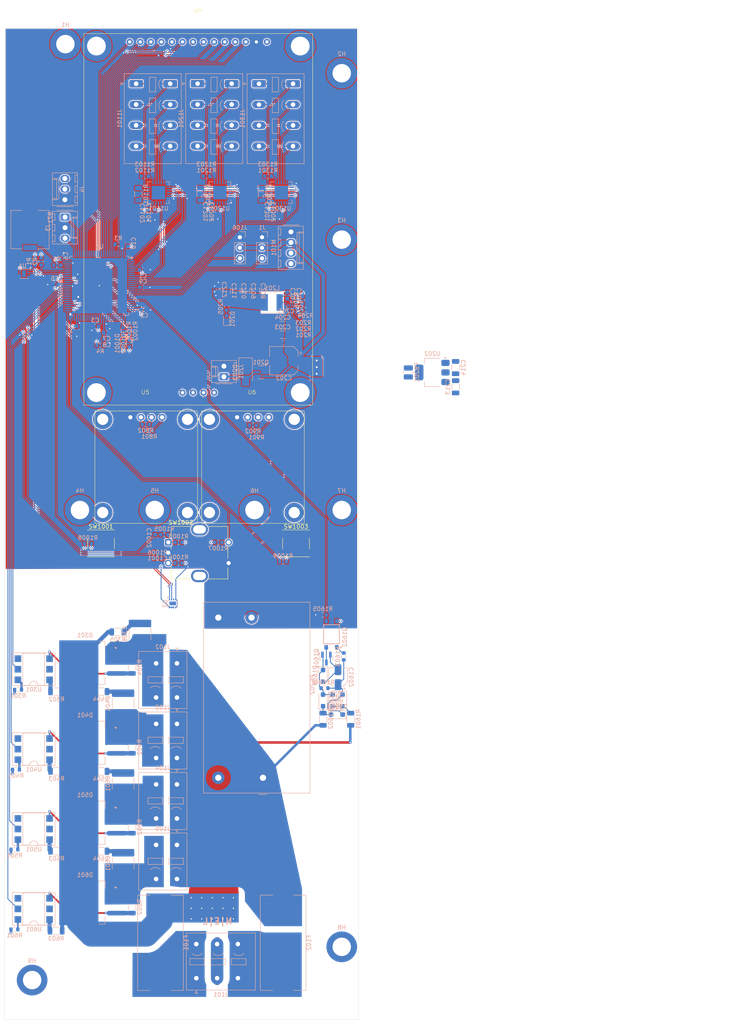
<source format=kicad_pcb>
(kicad_pcb (version 20240108) (generator "pcbnew") (generator_version "8.0")
  (layers (0 "F.Cu" signal) (1 "In1.Cu" signal) (2 "In2.Cu" signal) (31 "B.Cu" signal) (34 "B.Paste" user) (35 "F.Paste" user) (36 "B.SilkS" user "B.Silkscreen") (37 "F.SilkS" user "F.Silkscreen") (38 "B.Mask" user) (39 "F.Mask" user) (44 "Edge.Cuts" user))
  (net 0 "")
  (net 1 "GND")
  (net 2 "+3V3")
  (net 3 "Net-(U3-VREF+)")
  (net 4 "Net-(U3-PG10)")
  (net 5 "+5V")
  (net 6 "/AC DC Converter/SS")
  (net 7 "/AC DC Converter/SW")
  (net 8 "/AC DC Converter/BST")
  (net 9 "/Buttons/Encoder_B")
  (net 10 "/Buttons/Encoder_A")
  (net 11 "/AC DC Converter/LED")
  (net 12 "/SSR 1/MAIN_OUT")
  (net 13 "/Phase_L")
  (net 14 "Net-(D301-G)")
  (net 15 "Net-(D401-G)")
  (net 16 "/SSR 2/MAIN_OUT")
  (net 17 "/SSR 3/MAIN_OUT")
  (net 18 "Net-(D501-G)")
  (net 19 "/SSR 4/MAIN_OUT")
  (net 20 "Net-(D601-G)")
  (net 21 "/Buttons/LED_red_")
  (net 22 "/Buttons/LED_green_")
  (net 23 "/Prefuse_L")
  (net 24 "/Phase_N")
  (net 25 "/Prefuse_N")
  (net 26 "Earth_Protective")
  (net 27 "Net-(BZ1-+)")
  (net 28 "/Display LCD/T_CS")
  (net 29 "/Display LCD/T_DIN")
  (net 30 "/Display LCD/MISO")
  (net 31 "/Display LCD/T_DO")
  (net 32 "/Display LCD/T_IRQ")
  (net 33 "/Display LCD/SCK")
  (net 34 "/Display LCD/~{CS}")
  (net 35 "/Display LCD/~{RESET}")
  (net 36 "/Display LCD/LED")
  (net 37 "/Display LCD/DC{slash}RS")
  (net 38 "/Display LCD/MOSI")
  (net 39 "/Display LCD/T_CLK")
  (net 40 "/Display OLED 1/I2C_SDA")
  (net 41 "/Display OLED 1/I2C_SCL")
  (net 42 "/Display OLED 2/I2C_SDA")
  (net 43 "/Display OLED 2/I2C_SCL")
  (net 44 "/Temperature sensor 1/FORCE-")
  (net 45 "/Temperature sensor 1/RTDIN-")
  (net 46 "/Temperature sensor 1/RTDIN+")
  (net 47 "/Temperature sensor 1/FORCE+")
  (net 48 "/Temperature sensor 2/RTDIN+")
  (net 49 "/Temperature sensor 2/FORCE+")
  (net 50 "/Temperature sensor 2/FORCE-")
  (net 51 "/Temperature sensor 2/RTDIN-")
  (net 52 "/Temperature sensor 3/FORCE-")
  (net 53 "/Temperature sensor 3/RTDIN+")
  (net 54 "/Temperature sensor 3/FORCE+")
  (net 55 "/Temperature sensor 3/RTDIN-")
  (net 57 "/Fan_PWM")
  (net 58 "/Temperature onboard 1/SDA")
  (net 59 "/Temperature onboard 1/SCL")
  (net 60 "/microcontroller/Boot0")
  (net 61 "/AC DC Converter/EN")
  (net 62 "/AC DC Converter/RT")
  (net 63 "Net-(U201-FB)")
  (net 64 "Net-(R301-Pad2)")
  (net 65 "Net-(R302-Pad1)")
  (net 66 "Net-(C301-Pad1)")
  (net 67 "Net-(R401-Pad2)")
  (net 68 "Net-(R403-Pad1)")
  (net 69 "Net-(C401-Pad1)")
  (net 70 "Net-(R501-Pad2)")
  (net 71 "Net-(R503-Pad1)")
  (net 72 "Net-(C501-Pad1)")
  (net 73 "Net-(R601-Pad2)")
  (net 74 "Net-(R603-Pad1)")
  (net 75 "Net-(C601-Pad1)")
  (net 76 "/Buttons/LED_red")
  (net 77 "/Buttons/LED_green")
  (net 78 "Net-(R1003-Pad2)")
  (net 79 "Net-(R1004-Pad2)")
  (net 80 "/Buttons/SW_Encoder")
  (net 81 "/Buttons/SW_1")
  (net 82 "/Buttons/SW_2")
  (net 83 "Net-(U1101-ISENSOR)")
  (net 84 "Net-(U1101-BIAS)")
  (net 85 "Net-(U1101-FORCE2)")
  (net 86 "Net-(U1201-FORCE2)")
  (net 87 "Net-(U1201-BIAS)")
  (net 88 "Net-(U1201-ISENSOR)")
  (net 89 "Net-(U1301-FORCE2)")
  (net 90 "Net-(U1301-ISENSOR)")
  (net 91 "Net-(U1301-BIAS)")
  (net 114 "/microcontroller/SWDIO")
  (net 130 "/microcontroller/SWCLK")
  (net 131 "/microcontroller/USART1_RX")
  (net 132 "/microcontroller/USART1_TX")
  (net 135 "/SSR 1/IN")
  (net 138 "/SSR 2/IN")
  (net 139 "/SSR 3/IN")
  (net 142 "/SSR 4/IN")
  (net 145 "/Temperature sensor 1/SDO")
  (net 146 "/Temperature sensor 1/~{DRDY}")
  (net 147 "/Temperature sensor 1/SDI")
  (net 148 "/Temperature sensor 1/SCLK")
  (net 150 "/Temperature sensor 1/~{CS}")
  (net 151 "/Temperature sensor 2/~{DRDY}")
  (net 152 "/Temperature sensor 2/~{CS}")
  (net 155 "/Temperature sensor 3/~{DRDY}")
  (net 156 "/Temperature sensor 3/~{CS}")
  (net 157 "/Display LCD/SD_MOSI")
  (net 158 "/Display LCD/SD_SCK")
  (net 159 "/Display LCD/Touch")
  (net 160 "/Display LCD/SD_MISO")
  (net 173 "/Servo2")
  (net 174 "/Servo1")
  (net 175 "/Buttons/Buzzer")
  (net 188 "Net-(H1-Pad1)")
  (net 189 "Net-(D202-A2)")
  (net 190 "Net-(D1601-A)")
  (net 191 "Net-(D1601-K)")
  (net 192 "Net-(D1602-A)")
  (net 193 "Net-(D1605-A)")
  (net 194 "Net-(Q1601-C)")
  (net 195 "Net-(Q1602-Pad1)")
  (net 196 "/Zero Crossing detector/Crossing")
  (net 197 "Net-(D1603-A)")
  (net 198 "GNDA")
  (net 199 "Net-(U202-VO)")
  (net 200 "+3.3VA")
  (footprint "display_modules:SSD1315 Module" (layer "F.Cu") (at 75.9752 103.3872)
    (property "Reference" "U6")
    (property "Value" "~")
  )
  (footprint "Rotary_Encoder:RotaryEncoder_Bourns_Vertical_PEC12R-3x17F-Sxxxx" (layer "F.Cu") (at 55.8445 138.978)
    (property "Reference" "SW1002")
    (property "Value" "PEC12R-3220F-S0024")
  )
  (footprint "Button_Switch_SMD:SW_Push_1P1T_NO_6x6mm_H9.5mm" (layer "F.Cu") (at 39.6245 139.2428)
    (property "Reference" "SW1001")
    (property "Value" "TS04-66-85-BK-160-SMT")
  )
  (footprint "display_modules:SSD1315 Module" (layer "F.Cu") (at 50.2938 103.3872)
    (property "Reference" "U5")
    (property "Value" "~")
  )
  (footprint "display_modules:ILI9341 Module" (layer "F.Cu") (at 63.0392 11.6144)
    (property "Reference" "U4")
    (property "Value" "~")
  )
  (footprint "Button_Switch_SMD:SW_Push_1P1T_NO_6x6mm_H9.5mm" (layer "F.Cu") (at 86.5645 139.2428)
    (property "Reference" "SW1003")
    (property "Value" "TS04-66-85-BK-160-SMT")
  )
  (footprint "Resistor_SMD:R_0603_1608Metric" (layer "B.Cu") (at 88.3347 87.7242)
    (property "Reference" "R201")
    (property "Value" "511k")
  )
  (footprint "Capacitor_SMD:C_1206_3216Metric" (layer "B.Cu") (at 74.5293 78.5294 90)
    (property "Reference" "C209")
    (property "Value" "22u 10V")
  )
  (footprint "Resistor_SMD:R_1206_3216Metric" (layer "B.Cu") (at 43.688 160.528)
    (property "Reference" "R305")
    (property "Value" "39")
  )
  (footprint "Resistor_SMD:R_0603_1608Metric" (layer "B.Cu") (at 88.3347 84.7778)
    (property "Reference" "R203")
    (property "Value" "0")
  )
  (footprint "Package_DIP:DIP-6_W7.62mm_SMDSocket_SmallPads" (layer "B.Cu") (at 23.4517 227.1014)
    (property "Reference" "U601")
    (property "Value" "MOC3043SM")
  )
  (footprint "Resistor_SMD:R_0603_1608Metric" (layer "B.Cu") (at 53.2506 142.8496 180)
    (property "Reference" "R1006")
    (property "Value" "10k")
  )
  (footprint "Capacitor_SMD:C_0603_1608Metric" (layer "B.Cu") (at 41.045 88.583)
    (property "Reference" "C7")
    (property "Value" "1u")
  )
  (footprint "Package_DFN_QFN:TQFN-20-1EP_5x5mm_P0.65mm_EP3.25x3.25mm" (layer "B.Cu") (at 68.248 54.9128)
    (property "Reference" "U1201")
    (property "Value" "MAX31865ATP+")
  )
  (footprint "Resistor_SMD:R_1206_3216Metric" (layer "B.Cu") (at 63.6016 55.2938 90)
    (property "Reference" "R1202")
    (property "Value" "430 0.1%")
  )
  (footprint "Resistor_SMD:R_0603_1608Metric" (layer "B.Cu") (at 19.177 193.6242)
    (property "Reference" "R401")
    (property "Value" "180")
  )
  (footprint "Package_TO_SOT_SMD:TO-263-2" (layer "B.Cu") (at 35.79 167.9702 180)
    (property "Reference" "D301")
    (property "Value" "T1620T-8G-TR")
  )
  (footprint "Package_DIP:DIP-6_W7.62mm_SMDSocket_SmallPads" (layer "B.Cu") (at 23.4517 207.899)
    (property "Reference" "U501")
    (property "Value" "MOC3043SM")
  )
  (footprint "Package_TO_SOT_SMD:SOT-223-3_TabPin2" (layer "B.Cu") (at 119.38 98.1456 180)
    (property "Reference" "U202")
    (property "Value" "AZ1117-3.3")
  )
  (footprint "Resistor_SMD:R_1206_3216Metric" (layer "B.Cu") (at 28.956 213.1822)
    (property "Reference" "R503")
    (property "Value" "360")
  )
  (footprint "Resistor_SMD:R_0603_1608Metric" (layer "B.Cu") (at 29.0576 72.39 180)
    (property "Reference" "R5")
    (property "Value" "1k")
  )
  (footprint "Resistor_SMD:R_1206_3216Metric" (layer "B.Cu") (at 28.956 193.9798)
    (property "Reference" "R403")
    (property "Value" "360")
  )
  (footprint "Connector_PinHeader_2.54mm:PinHeader_1x03_P2.54mm_Vertical" (layer "B.Cu") (at 78.3872 65.6486 180)
    (property "Reference" "J1")
    (property "Value" "PinHeader 1x03 P2.54mm")
  )
  (footprint "Inductor_SMD:L_Taiyo-Yuden_NR-50xx" (layer "B.Cu") (at 80.8285 81.3234 180)
    (property "Reference" "L201")
    (property "Value" "NRS5030T6R8MMGJ")
  )
  (footprint "Resistor_SMD:R_1206_3216Metric" (layer "B.Cu") (at 78.3844 55.3183 90)
    (property "Reference" "R1302")
    (property "Value" "430 0.1%")
  )
  (footprint "Connector_Molex:Molex_KK-254_AE-6410-04A_1x04_P2.54mm_Vertical" (layer "B.Cu") (at 85.344 64.3636 -90)
    (property "Reference" "M101")
    (property "Value" "47053-1000")
  )
  (footprint "Connector_Phoenix_SPT:PhoenixContact_SPT_2.5_2-V-5.0-EX_1x02_P5.0mm_Vertical" (layer "B.Cu") (at 57.912 182.626 180)
    (property "Reference" "J103")
    (property "Value" "EB163A-02-C-180")
  )
  (footprint "Package_DIP:DIP-6_W7.62mm_SMDSocket_SmallPads" (layer "B.Cu") (at 23.4517 188.6966)
    (property "Reference" "U401")
    (property "Value" "MOC3043SM")
  )
  (footprint "Resistor_SMD:R_0603_1608Metric" (layer "B.Cu") (at 39.458 91.631)
    (property "Reference" "R4")
    (property "Value" "0R")
  )
  (footprint "Resistor_SMD:R_1206_3216Metric" (layer "B.Cu") (at 28.956 174.879)
    (property "Reference" "R302")
    (property "Value" "360")
  )
  (footprint "Resistor_SMD:R_0603_1608Metric" (layer "B.Cu") (at 93.4212 174.0408 180)
    (property "Reference" "R1604")
    (property "Value" "22k")
  )
  (footprint "Capacitor_SMD:C_0603_1608Metric" (layer "B.Cu") (at 41.045 90.107)
    (property "Reference" "C8")
    (property "Value" "100n")
  )
  (footprint "Diode_SMD:D_SOD-123F" (layer "B.Cu") (at 96.396 180.3908 180)
    (property "Reference" "D1602")
    (property "Value" "SL1K")
  )
  (footprint "Package_SON:WSON-8-1EP_2x2mm_P0.5mm_EP0.9x1.6mm" (layer "B.Cu") (at 21.1074 74.422 180)
    (property "Reference" "U1")
    (property "Value" "TMP1075DSG")
  )
  (footprint "Capacitor_SMD:C_0603_1608Metric" (layer "B.Cu") (at 49.7078 73.4568)
    (property "Reference" "C1")
    (property "Value" "100n")
  )
  (footprint "Capacitor_SMD:C_0603_1608Metric" (layer "B.Cu") (at 81.0768 59.5376 -90)
    (property "Reference" "C1301")
    (property "Value" "100n")
  )
  (footprint "Resistor_SMD:R_0603_1608Metric" (layer "B.Cu") (at 23.7744 71.4756 -90)
    (property "Reference" "R1")
    (property "Value" "3k3")
  )
  (footprint "Mounting_Wuerth:Mounting_Wuerth_WA-SMSI-M3_H15mm_9774150360" (layer "B.Cu") (at 31.0694 19.2196 180)
    (property "Reference" "H1")
    (property "Value" "MountingHole_Pad")
  )
  (footprint "Resistor_SMD:R_0603_1608Metric" (layer "B.Cu") (at 46.482 88.202 90)
    (property "Reference" "R1002")
    (property "Value" "1.2k")
  )
  (footprint "Resistor_SMD:R_1206_3216Metric" (layer "B.Cu") (at 93.0656 181.5084 90)
    (property "Reference" "R1602")
    (property "Value" "220k")
  )
  (footprint "Mounting_Wuerth:Mounting_Wuerth_WA-SMSI-M3_H15mm_9774150360" (layer "B.Cu") (at 76.5694 131.2196 180)
    (property "Reference" "H6")
    (property "Value" "MountingHole_Pad")
  )
  (footprint "Resistor_SMD:R_1206_3216Metric" (layer "B.Cu") (at 47.117 169.0352 90)
    (property "Reference" "R304")
    (property "Value" "330")
  )
  (footprint "Capacitor_SMD:C_0603_1608Metric" (layer "B.Cu") (at 85.9085 79.634 90)
    (property "Reference" "C206")
    (property "Value" "100n")
  )
  (footprint "Resistor_SMD:R_0603_1608Metric" (layer "B.Cu") (at 98.044 166.4208 -90)
    (property "Reference" "R1603")
    (property "Value" "1k")
  )
  (footprint "Capacitor_SMD:CP_Elec_4x5.7" (layer "B.Cu") (at 96.6724 171.3992 90)
    (property "Reference" "C1602")
    (property "Value" "10u")
  )
  (footprint "Capacitor_SMD:C_0603_1608Metric" (layer "B.Cu") (at 28.535 77.026 180)
    (property "Reference" "C5")
    (property "Value" "100n")
  )
  (footprint "Capacitor_SMD:C_0603_1608Metric" (layer "B.Cu") (at 50.035 82.995)
    (property "Reference" "C2")
    (property "Value" "100n")
  )
  (footprint "Capacitor_SMD:C_0603_1608Metric" (layer "B.Cu") (at 84.4353 79.634 90)
    (property "Reference" "C207")
    (property "Value" "100n")
  )
  (footprint "Connector_PinHeader_2.54mm:PinHeader_1x03_P2.54mm_Vertical" (layer "B.Cu") (at 73.0504 65.6486 180)
    (property "Reference" "J106")
    (property "Value" "PinHeader 1x03 P2.54mm")
  )
  (footprint "Resistor_SMD:R_0603_1608Metric" (layer "B.Cu") (at 54.8762 137.16 180)
    (property "Reference" "R1005")
    (property "Value" "10k")
  )
  (footprint "Resistor_SMD:R_0603_1608Metric" (layer "B.Cu") (at 18.796 212.8266)
    (property "Reference" "R501")
    (property "Value" "180")
  )
  (footprint "Connector_Molex:Molex_KK-254_AE-6410-03A_1x03_P2.54mm_Vertical" (layer "B.Cu") (at 30.988 60.8076 -90)
    (property "Reference" "J3")
    (property "Value" "SWD")
  )
  (footprint "Capacitor_SMD:C_0603_1608Metric" (layer "B.Cu") (at 29.7688 70.1548 90)
    (property "Reference" "C6")
    (property "Value" "100n")
  )
  (footprint "Package_DIP:DIP-6_W7.62mm_SMDSocket_SmallPads" (layer "B.Cu") (at 23.4517 169.4942)
    (property "Reference" "U301")
    (property "Value" "MOC3043SM")
  )
  (footprint "Resistor_SMD:R_1206_3216Metric" (layer "B.Cu") (at 47.117 226.6424 90)
    (property "Reference" "R602")
    (property "Value" "330")
  )
  (footprint "Capacitor_SMD:C_1206_3216Metric" (layer "B.Cu") (at 76.8661 78.5294 90)
    (property "Reference" "C208")
    (property "Value" "22u 10V")
  )
  (footprint "Diode_SMD:D_SOD-123F" (layer "B.Cu") (at 93.0656 176.9872 90)
    (property "Reference" "D1603")
    (property "Value" "SL1K")
  )
  (footprint "Resistor_SMD:R_0603_1608Metric" (layer "B.Cu") (at 58.293 138.9888 180)
    (property "Reference" "R1003")
    (property "Value" "10k")
  )
  (footprint "LED_SMD:LED_0603_1608Metric" (layer "B.Cu") (at 44.982 91.202 -90)
    (property "Reference" "D1001")
    (property "Value" "LED red")
  )
  (footprint "Resistor_SMD:R_0603_1608Metric" (layer "B.Cu") (at 36.4998 139.319 180)
    (property "Reference" "R1008")
    (property "Value" "10k")
  )
  (footprint "Mounting_Wuerth:Mounting_Wuerth_WA-SMSI-M3_H15mm_9774150360" (layer "B.Cu") (at 97.5694 236.2196 180)
    (property "Reference" "H8")
    (property "Value" "MountingHole_Pad")
  )
  (footprint "Connector_Phoenix_SPT:PhoenixContact_SPT_2.5_2-V-5.0-EX_1x02_P5.0mm_Vertical" (layer "B.Cu") (at 57.912 211.717466 180)
    (property "Reference" "J105")
    (property "Value" "EB163A-02-C-180")
  )
  (footprint "Diode_SMD:D_SOD-123F" (layer "B.Cu") (at 93.0656 171.0944 -90)
    (property "Reference" "D1605")
    (property "Value" "SL1K")
  )
  (footprint "Capacitor_SMD:C_2220_5750Metric" (layer "B.Cu") (at 44.958 196.977 -90)
    (property "Reference" "C501")
    (property "Value" "VJ2220Y103KXUSTX2")
  )
  (footprint "Capacitor_SMD:C_0603_1608Metric" (layer "B.Cu") (at 84.1813 84.8286 180)
    (property "Reference" "C205")
    (property "Value" "100n")
  )
  (footprint "Resistor_SMD:R_0603_1608Metric" (layer "B.Cu") (at 69.85 82.3346 -90)
    (property "Reference" "R205")
    (property "Value" "2.7k")
  )
  (footprint "Resistor_SMD:R_0603_1608Metric" (layer "B.Cu") (at 88.3347 86.251)
    (property "Reference" "R202")
    (property "Value" "88.7k")
  )
  (footprint "Capacitor_SMD:C_0603_1608Metric" (layer "B.Cu") (at 52.6542 137.8966 -90)
    (property "Reference" "C1002")
    (property "Value" "10n")
  )
  (footprint "Connector_Molex:Molex_KK-254_AE-6410-03A_1x03_P2.54mm_Vertical" (layer "B.Cu") (at 30.948 56.6166 90)
    (property "Reference" "J4")
    (property "Value" "UART")
  )
  (footprint "Resistor_SMD:R_1206_3216Metric" (layer "B.Cu") (at 39.624 194.056)
    (property "Reference" "R504")
    (property "Value" "39")
  )
  (footprint "Resistor_SMD:R_0603_1608Metric" (layer "B.Cu") (at 79.8068 49.53 180)
    (property "Reference" "R1303")
    (property "Value" "0")
  )
  (footprint "Capacitor_SMD:C_1206_3216Metric" (layer "B.Cu") (at 83.3685 86.759 180)
    (property "Reference" "C204")
    (property "Value" "10u 35V")
  )
  (footprint "Resistor_SMD:R_1206_3216Metric" (layer "B.Cu") (at 47.117 188.2376 90)
    (property "Reference" "R402")
    (property "Value" "330")
  )
  (footprint "Capacitor_SMD:C_0603_1608Metric" (layer "B.Cu") (at 49.784 77.6986 180)
    (property "Reference" "C9")
    (property "Value" "100n")
  )
  (footprint "Resistor_SMD:R_0603_1608Metric" (layer "B.Cu") (at 19.685 174.4218)
    (property "Reference" "R301")
    (property "Value" "180")
  )
  (footprint "Resistor_SMD:R_0603_1608Metric" (layer "B.Cu") (at 58.293 143.9672 180)
    (property "Reference" "R1004")
    (property "Value" "10k")
  )
  (footprint "Capacitor_SMD:C_0603_1608Metric" (layer "B.Cu") (at 33.76 87.811 -90)
    (property "Reference" "C4")
    (property "Value" "100n")
  )
  (footprint "Connector_Phoenix_SPT:PhoenixContact_SPT_2.5_2-V-5.0-EX_1x02_P5.0mm_Vertical" (layer "B.Cu") (at 57.912 168.080267 180)
    (property "Reference" "J102")
    (property "Value" "EB163A-02-C-180")
  )
  (footprint "Resistor_SMD:R_0603_1608Metric" (layer "B.Cu") (at 88.8492 83.058)
    (property "Reference" "R204")
    (property "Value" "10k")
  )
  (footprint "Resistor_SMD:R_1206_3216Metric" (layer "B.Cu") (at 39.624 213.233)
    (property "Reference" "R604")
    (property "Value" "39")
  )
  (footprint "Resistor_SMD:R_0603_1608Metric" (layer "B.Cu") (at 88.0872 80.7974 -90)
    (property "Reference" "R206")
    (property "Value" "31.2k")
  )
  (footprint "Package_QFP:LQFP-100_14x14mm_P0.5mm" (layer "B.Cu") (at 39.26 77.311 180)
    (property "Reference" "U3")
    (property "Value" "STM32G474VETx")
  )
  (footprint "Capacitor_SMD:C_1206_3216Metric" (layer "B.Cu") (at 124.968 101.6 -90)
    (property "Reference" "C213")
    (property "Value" "10u 35V")
  )
  (footprint "Capacitor_SMD:C_0603_1608Metric" (layer "B.Cu") (at 52.578 59.817 -90)
    (property "Reference" "C1101")
    (property "Value" "100n")
  )
  (footprint "Mounting_Wuerth:Mounting_Wuerth_WA-SMSI-M3_H15mm_9774150360" (layer "B.Cu") (at 52.5694 131.2196 180)
    (property "Reference" "H5")
    (property "Value" "MountingHole_Pad")
  )
  (footprint "Fuse:Fuseholder_Cylinder-5x20mm_Schurter_OGN-SMD_Horizontal_Open" (layer "B.Cu") (at 53.9496 235.2548 90)
    (property "Reference" "F101")
    (property "Value" "Schurter 0031.8221")
  )
  (footprint "Capacitor_SMD:C_2220_5750Metric" (layer "B.Cu") (at 44.958 177.8 -90)
    (property "Reference" "C401")
    (property "Value" "VJ2220Y103KXUSTX2")
  )
  (footprint "Capacitor_SMD:C_0603_1608Metric" (layer "B.Cu") (at 66.2432 59.5376 -90)
    (property "Reference" "C1201")
    (property "Value" "100n")
  )
  (footprint "Resistor_SMD:R_0603_1608Metric" (layer "B.Cu") (at 65.024 51.0003 180)
    (property "Reference" "R1201")
    (property "Value" "0")
  )
  (footprint "Resistor_SMD:R_0603_1608Metric" (layer "B.Cu") (at 65.024 49.53 180)
    (property "Reference" "R1203")
    (property "Value" "0")
  )
  (footprint "Resistor_SMD:R_0603_1608Metric" (layer "B.Cu") (at 43.8136 67.3232 180)
    (property "Reference" "R3")
    (property "Value" "10k")
  )
  (footprint "Capacitor_SMD:C_0603_1608Metric" (layer "B.Cu") (at 67.7164 59.5376 -90)
    (property "Reference" "C1202")
    (property "Value" "100n")
  )
  (footprint "Capacitor_SMD:CP_Elec_6.3x5.9" (layer "B.Cu") (at 83.6355 95.3269 180)
    (property "Reference" "C202")
    (property "Value" "EEEFK1E470P")
  )
  (footprint "Capacitor_SMD:C_1206_3216Metric" (layer "B.Cu") (at 83.3685 89.0958 180)
    (property "Reference" "C203")
    (property "Value" "10u 35V")
  )
  (footprint "Converter_ACDC:Converter_ACDC_MeanWell_IRM-10-xx_THT" (layer "B.Cu") (at 78.613 195.58 90)
    (property "Reference" "PS202")
    (property "Value" "IRM-10-5")
  )
  (footprint "Resistor_SMD:R_0603_1608Metric" (layer "B.Cu") (at 25.2476 71.4756 -90)
    (property "Reference" "R2")
    (property "Value" "3k3")
  )
  (footprint "Diode_SMD:D_SOD-123F" (layer "B.Cu") (at 97.7392 176.9872 -90)
    (property "Reference" "D1601")
    (property "Value" "SL1K")
  )
  (footprint "Package_TO_SOT_SMD:SOT-583-8" (layer "B.Cu") (at 85.5019 82.7746 90)
    (property "Reference" "U201")
    (property "Value" "TPS62933DRLR")
  )
  (footprint "Capacitor_SMD:C_2220_5750Metric" (layer "B.Cu") (at 44.958 216.154 -90)
    (property "Reference" "C601")
    (property "Value" "VJ2220Y103KXUSTX2")
  )
  (footprint "Resistor_SMD:R_0603_1608Metric" (layer "B.Cu") (at 44.982 88.202 90)
    (property "Reference" "R1001")
    (property "Value" "1.2k")
  )
  (footprint "Mounting_Wuerth:Mounting_Wuerth_WA-SMSI-M3_H15mm_9774150360" (layer "B.Cu") (at 97.5694 26.2196 180)
    (property "Reference" "H2")
    (property "Value" "MountingHole_Pad")
  )
  (footprint "Package_TO_SOT_SMD:TO-263-2" (layer "B.Cu") (at 35.79 187.1726 180)
    (property "Reference" "D401")
    (property "Value" "T1620T-8G-TR")
  )
  (footprint "Package_TO_SOT_SMD:SOT-23" (layer "B.Cu") (at 93.8784 166.9288 -90)
    (property "Reference" "Q1601")
    (property "Value" "MMBT3904")
  )
  (footprint "Connector_Phoenix_SPT:PhoenixContact_SPT_2.5_4-V-5.0-EX_1x04_P5.0mm_Vertical" (layer "B.Cu") (at 48.0908 28.7397 -90)
    (property "Reference" "J1101")
    (property "Value" "EB163A-04-C-180")
  )
  (footprint "Diode_SMD:D_SOD-123F" (layer "B.Cu") (at 95.4024 176.9872 90)
    (property "Reference" "D1604")
    (property "Value" "SL1K")
  )
  (footprint "LED_SMD:LED_0603_1608Metric" (layer "B.Cu") (at 69.85 85.345 90)
    (property "Reference" "D201")
    (property "Value" "LED green")
  )
  (footprint "Capacitor_SMD:C_1206_3216Metric" (layer "B.Cu") (at 124.968 96.9772 90)
    (property "Reference" "C214")
    (property "Value" "22u 10V")
  )
  (footprint "Mounting_Wuerth:Mounting_Wuerth_WA-SMSI-M3_H15mm_9774150360" (layer "B.Cu") (at 97.5694 66.2196 180)
    (property "Reference" "H3")
    (property "Value" "MountingHole_Pad")
  )
  (footprint "Diode_SMD:D_SMA" (layer "B.Cu") (at 74.4277 98.1456 -90)
    (property "Reference" "D202")
    (property "Value" "SMAJ5.0CA")
  )
  (footprint "wuerth:WL-OCPT_SOP4" (layer "B.Cu") (at 95.0976 161.0868 90)
    (property "Reference" "Q1602")
    (property "Value" "140357145200")
  )
  (footprint "Package_TO_SOT_SMD:TO-263-2" (layer "B.Cu") (at 35.79 225.5774 180)
    (property "Reference" "D601")
    (property "Value" "T1620T-8G-TR")
  )
  (footprint "Resistor_SMD:R_1206_3216Metric" (layer "B.Cu") (at 39.624 174.879)
    (property "Reference" "R404")
    (property "Value" "39")
  )
  (footprint "Connector_Phoenix_SPT:PhoenixContact_SPT_2.5_2-V-5.0-EX_1x02_P5.0mm_Vertical" (layer "B.Cu") (at 57.912 197.171733 180)
    (property "Reference" "J104")
    (property "Value" "EB163A-02-C-180")
  )
  (footprint "Resistor_SMD:R_0603_1608Metric" (layer "B.Cu") (at 79.8068 51.0248 180)
    (property "Reference" "R1301")
    (property "Value" "0")
  )
  (footprint "Capacitor_SMD:C_0603_1608Metric" (layer "B.Cu") (at 83.5717 91.0132 180)
    (property "Reference" "C201" (hide yes))
    (property "Value" "100n")
  )
  (footprint "Fuse:Fuseholder_Cylinder-5x20mm_Schurter_OGN-SMD_Horizontal_Open" (layer "B.Cu") (at 83.4644 235.2384 90)
    (property "Reference" "F102")
    (property "Value" "Schurter 0031.8221")
  )
  (footprint "Resistor_SMD:R_0603_1608Metric" (layer "B.Cu") (at 50.3936 110.6678)
    (property "Reference" "R802")
    (property "Value" "3k3")
  )
  (footprint "Package_TO_SOT_SMD:SOT-23" (layer "B.Cu") (at 78.113 98.11 180)
    (property "Reference" "Q201")
    (property "Value" "PMV65XP")
  )
  (footprint "Capacitor_SMD:C_1206_3216Metric" (layer "B.Cu") (at 69.8557 78.5294 90)
    (property "Reference" "C211")
    (property "Value" "22u 10V")
  )
  (footprint "Package_TO_SOT_SMD:TO-263-2" (layer "B.Cu") (at 35.79 206.375 180)
    (property "Reference" "D501")
    (property "Value" "T1620T-8G-TR")
  )
  (footprint "Capacitor_SMD:C_0603_1608Metric" (layer "B.Cu") (at 67.9253 78.2246 90)
    (property "Reference" "C212")
    (property "Value" "100n")
  )
  (footprint "Resistor_SMD:R_0603_1608Metric" (layer "B.Cu") (at 51.2318 112.141)
    (property "Reference" "R801")
    (property "Value" "3k3")
  )
  (footprint "Capacitor_SMD:C_2220_5750Metric" (layer "B.Cu") (at 49.022 161.036 -90)
    (property "Reference" "C301")
    (property "Value" "VJ2220Y103KXUSTX2")
  )
  (footprint "Resistor_SMD:R_0603_1608Metric" (layer "B.Cu") (at 18.796 232.029)
    (property "Reference" "R601")
    (property "Value" "180")
  )
  (footprint "Resistor_SMD:R_1206_3216Metric" (layer "B.Cu") (at 28.8365 232.3846)
    (property "Reference" "R603")
    (property "Value" "360")
  )
  (footprint "LED_SMD:LED_0603_1608Metric" (layer "B.Cu") (at 46.482 91.202 -90)
    (property "Reference" "D1002")
    (property "Value" "LED green")
  )
  (footprint "Mounting_Wuerth:Mounting_Wuerth_WA-SMSI-M3_H15mm_9774150360" (layer "B.Cu") (at 23.0694 244.2118 180)
    (property "Reference" "H9")
    (property "Value" "MountingHole_Pad")
  )
  (footprint "Mounting_Wuerth:Mounting_Wuerth_WA-SMSI-M3_H15mm_9774150360" (layer "B.Cu") (at 34.5694 131.2196 180)
    (property "Reference" "H4")
    (property "Value" "MountingHole_Pad")
  )
  (footprint "Capacitor_SMD:C_0603_1608Metric" (layer "B.Cu") (at 46.0488 67.0692 90)
    (property "Reference" "C10")
    (property "Value" "100n")
  )
  (footprint "Resistor_SMD:R_0603_1608Metric" (layer "B.Cu") (at 50.1904 49.53 180)
    (property "Reference" "R1103")
    (property "Value" "0")
  )
  (footprint "Resistor_SMD:R_0603_1608Metric" (layer "B.Cu") (at 83.439 143.6624 180)
    (property "Reference" "R1009")
    (property "Value" "10k")
  )
  (footprint "Package_DFN_QFN:TQFN-20-1EP_5x5mm_P0.65mm_EP3.25x3.25mm" (layer "B.Cu") (at 83.019 54.9373)
    (property "Reference" "U1301")
    (property "Value" "MAX31865ATP+")
  )
  (footprint "Connector_Phoenix_SPT:PhoenixContact_SPT_2.5_4-V-5.0-EX_1x04_P5.0mm_Vertical" (layer "B.Cu") (at 77.652 28.7528 -90)
    (property "Reference" "J1301")
    (property "Value" "EB163A-04-C-180")
  )
  (footprint "Capacitor_SMD:C_0603_1608Metric" (layer "B.Cu") (at 82.55 59.5376 -90)
    (property "Reference" "C1302")
    (property "Value" "100n")
  )
  (footprint "Connector_Molex:Molex_KK-254_AE-6410-02A_1x02_P2.54mm_Vertical" (layer "B.Cu") (at 69.215 99.187 90)
    (property "Reference" "J201")
    (property "Value" "PinHeader 1x02 P2.54mm")
  )
  (footprint "Package_SON:WSON-8-1EP_2x2mm_P0.5mm_EP0.9x1.6mm" (layer "B.Cu") (at 56.896 153.67 -90)
    (property "Reference" "U2")
    (property "Value" "TMP1075DSG")
  )
  (footprint "Resistor_SMD:R_0603_1608Metric" (layer "B.Cu") (at 93.0148 156.4132 180)
    (property "Reference" "R1605")
    (property "Value" "10k")
  )
  (footprint "Resistor_SMD:R_1206_3216Metric" (layer "B.Cu") (at 48.641 55.3052 90)
    (property "Reference" "R1101")
    (property "Value" "430 0.1%")
  )
  (footprint "Resistor_SMD:R_1206_3216Metric" (layer "B.Cu") (at 47.117 207.44 90)
    (property "Reference" "R502")
    (property "Value" "330")
  )
  (footprint "Connector_Phoenix_SPT:PhoenixContact_SPT_2.5_3-V-5.0-EX_1x03_P5.0mm_Vertical" (layer "B.Cu") (at 62.5784 243.7567)
    (property "Reference" "J101")
    (property "Value" "EB163A-03-C-180")
  )
  (footprint "Resistor_SMD:R_0603_1608Metric" (layer "B.Cu") (at 67.8688 138.9888)
    (property "Reference" "R1007")
    (property "Value" "10k")
  )
  (footprint "Capacitor_SMD:C_1206_3216Metric" (layer "B.Cu") (at 72.1925 78.5294 90)
    (property "Reference" "C210")
    (property "Value" "22u 10V")
  )
  (footprint "Buzzer_Beeper:Buzzer_Murata_PKMCS0909E" (layer "B.Cu") (at 22.5552 63.8048 90)
    (property "Reference" "BZ1")
    (property "Value" "PKMCS0909E4000-R1")
  )
  (footprint "Mounting_Wuerth:Mounting_Wuerth_WA-SMSI-M3_H15mm_9774150360" (layer "B.Cu") (at 97.5694 131.2196 180)
    (property "Reference" "H7")
    (property "Value" "MountingHole_Pad")
  )
  (footprint "Connector_Phoenix_SPT:PhoenixContact_SPT_2.5_4-V-5.0-EX_1x04_P5.0mm_Vertical" (layer "B.Cu") (at 62.881 28.7283 -90)
    (property "Reference" "J1201")
    (property "Value" "EB163A-04-C-180")
  )
  (footprint "Capacitor_SMD:C_0603_1608Metric" (layer "B.Cu") (at 38.26 87.059 180)
    (property "Reference" "C3")
    (property "Value" "100n")
  )
  (footprint "Resistor_SMD:R_0603_1608Metric" (layer "B.Cu") (at 50.1904 51.0117 180)
    (property "Reference" "R1102")
    (property "Value" "0")
  )
  (footprint "Resistor_SMD:R_0603_1608Metric" (layer "B.Cu") (at 76.2 110.8456)
    (property "Reference" "R902")
    (property "Value" "3k3")
  )
  (footprint "Package_DFN_QFN:TQFN-20-1EP_5x5mm_P0.65mm_EP3.25x3.25mm" (layer "B.Cu") (at 53.4578 54.9242)
    (property "Reference" "U1101")
    (property "Value" "MAX31865ATP+")
  )
  (footprint "Resistor_SMD:R_1206_3216Metric" (layer "B.Cu") (at 99.7204 181.5084 90)
    (property "Reference" "R1601")
    (property "Value" "220k")
  )
  (footprint "Capacitor_SMD:C_0603_1608Metric" (layer "B.Cu") (at 51.054 59.817 -90)
    (property "Reference" "C1102")
    (property "Value" "100n")
  )
  (footprint "Inductor_SMD:L_1008_2520Metric" (layer "B.Cu") (at 113.5888 98.1456 90)
    (property "Reference" "FB201")
    (property "Value" "WE-RFI 744762439A")
  )
  (footprint "Resistor_SMD:R_0603_1608Metric" (layer "B.Cu") (at 77.0636 112.3188)
    (property "Reference" "R901")
    (property "Value" "3k3")
  )
  (footprint "Capacitor_SMD:C_0603_1608Metric" (layer "B.Cu") (at 53.213 141.351)
    (property "Reference" "C1001")
    (property "Value" "10n")
  )
  (gr_rect (start 16.4026 15.221) (end 101.5546 253.713) (stroke (width 0.05)) (fill none) (layer "Edge.Cuts"))
  (gr_text "N|E|L" (at 71.3994 230.9368 0) (layer "B.SilkS") (effects (font (size 1.5 1.5) (thickness 0.3) (bold yes)) (justify left bottom mirror)))
  (segment (start 67.863 146.4595) (end 70.3445 143.978) (width 3) (layer "F.Cu") (net 1))
  (segment (start 67.863 157.08) (end 67.863 146.4595) (width 3) (layer "F.Cu") (net 1))
  (via (at 32.2834 84.1756) (size 0.8) (drill 0.45) (layers "F.Cu" "B.Cu") (net 1))
  (via (at 26.821 77.026) (size 0.6) (drill 0.3) (layers "F.Cu" "B.Cu") (net 1))
  (via (at 60.399412 56.3372) (size 0.6) (drill 0.3) (layers "F.Cu" "B.Cu") (net 1))
  (via (at 87.0204 83.4136) (size 0.6) (drill 0.3) (layers "F.Cu" "B.Cu") (net 1))
  (via (at 81.0768 61.2648) (size 0.6) (drill 0.3) (layers "F.Cu" "B.Cu") (net 1))
  (via (at 41.783 91.059) (size 0.6) (drill 0.3) (layers "F.Cu" "B.Cu") (net 1))
  (via (at 45.085 21.336) (size 0.6) (drill 0.3) (layers "F.Cu" "B.Cu") (net 1))
  (via (at 60.5536 144.8562) (size 0.6) (drill 0.3) (layers "F.Cu" "B.Cu") (net 1))
  (via (at 41.783 87.63) (size 0.6) (drill 0.3) (layers "F.Cu" "B.Cu") (net 1))
  (via (at 87.0204 79.7052) (size 0.6) (drill 0.3) (layers "F.Cu" "B.Cu") (net 1))
  (via (at 40.885 86.487) (size 0.6) (drill 0.3) (layers "F.Cu" "B.Cu") (net 1))
  (via (at 57.15 56.4388) (size 0.6) (drill 0.3) (layers "F.Cu" "B.Cu") (net 1))
  (via (at 53.4416 63.754) (size 0.6) (drill 0.3) (layers "F.Cu" "B.Cu") (net 1))
  (via (at 51.5112 73.4314) (size 0.6) (drill 0.3) (layers "F.Cu" "B.Cu") (net 1))
  (via (at 67.8688 76.4794) (size 0.6) (drill 0.3) (layers "F.Cu" "B.Cu") (net 1))
  (via (at 87.0204 81.2546) (size 0.6) (drill 0.3) (layers "F.Cu" "B.Cu") (net 1))
  (via (at 25.8064 74.9554) (size 0.6) (drill 0.3) (layers "F.Cu" "B.Cu") (net 1))
  (via (at 34.036 74.549) (size 0.6) (drill 0.3) (layers "F.Cu" "B.Cu") (net 1))
  (via (at 56.388 20.32) (size 0.6) (drill 0.3) (layers "F.Cu" "B.Cu") (net 1))
  (via (at 48.3856 82.0044) (size 0.6) (drill 0.3) (layers "F.Cu" "B.Cu") (net 1))
  (via (at 87.0458 80.518) (size 0.6) (drill 0.3) (layers "F.Cu" "B.Cu") (net 1))
  (via (at 86.614 52.705) (size 0.6) (drill 0.3) (layers "F.Cu" "B.Cu") (net 1))
  (via (at 51.054 61.468) (size 0.6) (drill 0.3) (layers "F.Cu" "B.Cu") (net 1))
  (via (at 55.4736 66.7004) (size 0.6) (drill 0.3) (layers "F.Cu" "B.Cu") (net 1))
  (via (at 87.0712 82.7346) (size 0.6) (drill 0.3) (layers "F.Cu" "B.Cu") (net 1))
  (via (at 71.0184 57.3532) (size 0.6) (drill 0.3) (layers "F.Cu" "B.Cu") (net 1))
  (via (at 66.9544 77.3938) (size 0.6) (drill 0.3) (layers "F.Cu" "B.Cu") (net 1))
  (via (at 20.066 89.154) (size 0.6) (drill 0.3) (layers "F.Cu" "B.Cu") (net 1))
  (via (at 53.4924 68.5292) (size 0.6) (drill 0.3) (layers "F.Cu" "B.Cu") (net 1))
  (via (at 72.39 52.959) (size 0.6) (drill 0.3) (layers "F.Cu" "B.Cu") (net 1))
  (via (at 30.6324 69.3928) (size 0.6) (drill 0.3) (layers "F.Cu" "B.Cu") (net 1))
  (via (at 34.489377 86.262249) (size 0.6) (drill 0.3) (layers "F.Cu" "B.Cu") (net 1))
  (via (at 91.3384 156.4132) (size 0.6) (drill 0.3) (layers "F.Cu" "B.Cu") (net 1))
  (via (at 52.578 61.468) (size 0.6) (drill 0.3) (layers "F.Cu" "B.Cu") (net 1))
  (via (at 34.163 80.01) (size 0.8) (drill 0.45) (layers "F.Cu" "B.Cu") (net 1))
  (via (at 32.809343 77.449401) (size 0.6) (drill 0.3) (layers "F.Cu" "B.Cu") (net 1))
  (via (at 32.8916 71.8444) (size 0.6) (drill 0.3) (layers "F.Cu" "B.Cu") (net 1))
  (via (at 66.2432 61.3156) (size 0.6) (drill 0.3) (layers "F.Cu" "B.Cu") (net 1))
  (via (at 54.702 61.846942) (size 0.6) (drill 0.3) (layers "F.Cu" "B.Cu") (net 1))
  (via (at 51.586 83.122) (size 0.6) (drill 0.3) (layers "F.Cu" "B.Cu") (net 1))
  (via (at 53.467 21.971) (size 0.6) (drill 0.3) (layers "F.Cu" "B.Cu") (net 1))
  (via (at 57.666559 52.961836) (size 0.6) (drill 0.3) (layers "F.Cu" "B.Cu") (net 1))
  (via (at 67.7164 61.2648) (size 0.6) (drill 0.3) (layers "F.Cu" "B.Cu") (net 1))
  (via (at 22.9966 89.154) (size 0.6) (drill 0.3) (layers "F.Cu" "B.Cu") (net 1))
  (via (at 72.9488 54.864) (size 0.6) (drill 0.3) (layers "F.Cu" "B.Cu") (net 1))
  (via (at 82.55 61.2648) (size 0.6) (drill 0.3) (layers "F.Cu" "B.Cu") (net 1))
  (via (at 22.733 72.9488) (size 0.6) (drill 0.3) (layers "F.Cu" "B.Cu") (net 1))
  (via (at 33.806 89.472) (size 0.6) (drill 0.3) (layers "F.Cu" "B.Cu") (net 1))
  (via (at 39.26 77.311) (size 0.6) (drill 0.3) (layers "F.Cu" "B.Cu") (net 1))
  (via (at 28.3718 75.946) (size 0.6) (drill 0.3) (layers "F.Cu" "B.Cu") (net 1))
  (via (at 44.742695 68.329032) (size 0.6) (drill 0.3) (layers "F.Cu" "B.Cu") (net 1))
  (via (at 51.4096 77.6986) (size 0.6) (drill 0.3) (layers "F.Cu" "B.Cu") (net 1))
  (via (at 37.427 88.011) (size 0.6) (drill 0.3) (layers "F.Cu" "B.Cu") (net 1))
  (segment (start 84.7519 83.5146) (end 84.7203 83.5146) (width 0.2) (layer "B.Cu") (net 1))
  (segment (start 51.5112 73.4314) (end 51.4858 73.4568) (width 0.2) (layer "B.Cu") (net 1))
  (segment (start 41.82 90.107) (end 41.82 91.022) (width 0.2) (layer "B.Cu") (net 1))
  (segment (start 51.459 82.995) (end 50.81 82.995) (width 0.2) (layer "B.Cu") (net 1))
  (segment (start 44.6386 67.3232) (end 44.6386 68.224937) (width 0.2) (layer "B.Cu") (net 1))
  (segment (start 41.82 88.583) (end 41.82 87.667) (width 0.2) (layer "B.Cu") (net 1))
  (segment (start 51.586 83.122) (end 51.459 82.995) (width 0.2) (layer "B.Cu") (net 1))
  (segment (start 46.935 82.311) (end 48.079 82.311) (width 0.2) (layer "B.Cu") (net 1))
  (segment (start 34.26 84.986) (end 34.26 86.032872) (width 0.2) (layer "B.Cu") (net 1))
  (segment (start 83.4063 85.2462) (end 83.4063 84.8286) (width 0.2) (layer "B.Cu") (net 1))
  (segment (start 57.996 154.27) (end 57.996 153.07) (width 0.2) (layer "B.Cu") (net 1))
  (segment (start 67.9253 77.4496) (end 67.0102 77.4496) (width 0.3) (layer "B.Cu") (net 1))
  (segment (start 67.0102 77.4496) (end 66.9544 77.3938) (width 0.3) (layer "B.Cu") (net 1))
  (segment (start 48.079 82.311) (end 48.3856 82.0044) (width 0.2) (layer "B.Cu") (net 1))
  (segment (start 81.8935 89.0958) (end 81.8935 86.759) (width 0.2) (layer "B.Cu") (net 1))
  (segment (start 79.0505 97.1119) (end 80.8355 95.3269) (width 0.5) (layer "B.Cu") (net 1))
  (segment (start 91.3384 156.4132) (end 92.1898 156.4132) (width 0.2) (layer "B.Cu") (net 1))
  (segment (start 79.0505 97.16) (end 75.4421 97.16) (width 0.5) (layer "B.Cu") (net 1))
  (segment (start 30.6194 69.3798) (end 30.6324 69.3928) (width 0.2) (layer "B.Cu") (net 1))
  (segment (start 52.578 60.592) (end 52.578 61.468) (width 0.2) (layer "B.Cu") (net 1))
  (segment (start 20.1574 74.672) (end 20.1574 75.172) (width 0.2) (layer "B.Cu") (net 1))
  (segment (start 69.7164 96.1456) (end 69.215 96.647) (width 0.5) (layer "B.Cu") (net 1))
  (segment (start 57.996 153.07) (end 57.646 152.72) (width 0.2) (layer "B.Cu") (net 1))
  (segment (start 82.7967 91.0132) (end 82.7967 89.999) (width 0.2) (layer "B.Cu") (net 1))
  (segment (start 33.806 88.632) (end 33.76 88.586) (width 0.2) (layer "B.Cu") (net 1))
  (segment (start 82.7967 93.3657) (end 82.7967 91.0132) (width 0.2) (layer "B.Cu") (net 1))
  (segment (start 82.7967 89.999) (end 81.8935 89.0958) (width 0.2) (layer "B.Cu") (net 1))
  (segment (start 82.55 60.3126) (end 82.55 61.2648) (width 0.2) (layer "B.Cu") (net 1))
  (segment (start 57.646 147.7638) (end 60.5536 144.8562) (width 0.2) (layer "B.Cu") (net 1))
  (segment (start 67.7164 60.3126) (end 67.7164 61.2648) (width 0.2) (layer "B.Cu") (net 1))
  (segment (start 41.82 87.667) (end 41.783 87.63) (width 0.2) (layer "B.Cu") (net 1))
  (segment (start 44.76 68.346337) (end 44.76 69.636) (width 0.2) (layer "B.Cu") (net 1))
  (segment (start 57.646 152.72) (end 57.646 147.7638) (width 0.2) (layer "B.Cu") (net 1))
  (segment (start 51.054 60.592) (end 51.054 61.468) (width 0.2) (layer "B.Cu") (net 1))
  (segment (start 32.670942 77.311) (end 31.585 77.311) (width 0.2) (layer "B.Cu") (net 1))
  (segment (start 57.646 154.62) (end 57.996 154.27) (width 0.2) (layer "B.Cu") (net 1))
  (segment (start 75.4421 97.16) (end 74.4277 96.1456) (width 0.5) (layer "B.Cu") (net 1))
  (segment (start 34.26 86.032872) (end 34.489377 86.262249) (width 0.2) (layer "B.Cu") (net 1))
  (segment (start 79.0505 97.16) (end 79.0505 97.1119) (width 0.5) (layer "B.Cu") (net 1))
  (segment (start 29.7688 69.3798) (end 30.6194 69.3798) (width 0.2) (layer "B.Cu") (net 1))
  (segment (start 26.821 77.026) (end 27.76 77.026) (width 0.2) (layer "B.Cu") (net 1))
  (segment (start 46.0488 66.2942) (end 45.936 66.1814) (width 0.2) (layer "B.Cu") (net 1))
  (segment (start 31.585 71.811) (end 32.8582 71.811) (width 0.2) (layer "B.Cu") (net 1))
  (segment (start 66.2432 60.3126) (end 66.2432 61.3156) (width 0.2) (layer "B.Cu") (net 1))
  (segment (start 67.9253 77.4496) (end 67.9253 76.5359) (width 0.3) (layer "B.Cu") (net 1))
  (segment (start 32.8582 71.811) (end 32.8916 71.8444) (width 0.2) (layer "B.Cu") (net 1))
  (segment (start 81.0768 60.3126) (end 81.0768 61.2648) (width 0.2) (layer "B.Cu") (net 1))
  (segment (start 44.742695 68.329032) (end 44.76 68.346337) (width 0.2) (layer "B.Cu") (net 1))
  (segment (start 40.76 86.362) (end 40.885 86.487) (width 0.2) (layer "B.Cu") (net 1))
  (segment (start 81.8935 86.759) (end 83.4063 85.2462) (width 0.2) (layer "B.Cu") (net 1))
  (segment (start 32.809343 77.449401) (end 32.670942 77.311) (width 0.2) (layer "B.Cu") (net 1))
  (segment (start 33.806 89.472) (end 33.806 88.632) (width 0.2) (layer "B.Cu") (net 1))
  (segment (start 44.6386 68.224937) (end 44.742695 68.329032) (width 0.2) (layer "B.Cu") (net 1))
  (segment (start 51.4096 77.6986) (end 50.559 77.6986) (width 0.2) (layer "B.Cu") (net 1))
  (segment (start 40.76 84.986) (end 40.76 86.362) (width 0.2) (layer "B.Cu") (net 1))
  (segment (start 74.4277 96.1456) (end 69.7164 96.1456) (width 0.5) (layer "B.Cu") (net 1))
  (segment (start 37.485 87.059) (end 37.485 87.953) (width 0.2) (layer "B.Cu") (net 1))
  (segment (start 67.9253 76.5359) (end 67.8688 76.4794) (width 0.3) (layer "B.Cu") (net 1))
  (segment (start 51.4858 73.4568) (end 50.4828 73.4568) (width 0.2) (layer "B.Cu") (net 1))
  (segment (start 80.8355 95.3269) (end 82.7967 93.3657) (width 0.2) (layer "B.Cu") (net 1))
  (segment (start 37.485 87.953) (end 37.427 88.011) (width 0.2) (layer "B.Cu") (net 1))
  (segment (start 41.82 91.022) (end 41.783 91.059) (width 0.2) (layer "B.Cu") (net 1))
  (segment (start 84.7203 83.5146) (end 83.4063 84.8286) (width 0.2) (layer "B.Cu") (net 1))
  (segment (start 87.1538 78.1876) (end 68.726 78.1876) (width 0.8) (layer "F.Cu") (net 2))
  (segment (start 88.0872 79.121) (end 87.1538 78.1876) (width 0.8) (layer "F.Cu") (net 2))
  (segment (start 68.726 78.1876) (end 67.2846 79.629) (width 0.8) (layer "F.Cu") (net 2))
  (via (at 54.102 144.78) (size 0.6) (drill 0.3) (layers "F.Cu" "B.Cu") (net 2))
  (via (at 37.3126 140.3096) (size 0.6) (drill 0.3) (layers "F.Cu" "B.Cu") (net 2))
  (via (at 17.971 232.854) (size 0.6) (drill 0.3) (layers "F.Cu" "B.Cu") (net 2))
  (via (at 39.013 87.948) (size 0.6) (drill 0.3) (layers "F.Cu" "B.Cu") (net 2))
  (via (at 67.0052 78.74) (size 0.6) (drill 0.3) (layers "F.Cu" "B.Cu") (net 2))
  (via (at 80.1116 58.7248) (size 0.6) (drill 0.3) (layers "F.Cu" "B.Cu") (net 2))
  (via (at 49.3 84.138) (size 0.6) (drill 0.3) (layers "F.Cu" "B.Cu") (net 2))
  (via (at 97.282 157.9372) (size 0.6) (drill 0.3) (layers "F.Cu" "B.Cu") (net 2))
  (via (at 59.8932 138.9888) (size 0.6) (drill 0.3) (layers "F.Cu" "B.Cu") (net 2))
  (via (at 18.288 194.691) (size 0.6) (drill 0.3) (layers "F.Cu" "B.Cu") (net 2))
  (via (at 46.9124 67.8312) (size 0.6) (drill 0.3) (layers "F.Cu" "B.Cu") (net 2))
  (via (at 53.4924 59.0804) (size 0.6) (drill 0.3) (layers "F.Cu" "B.Cu") (net 2))
  (via (at 17.907 213.868) (size 0.6) (drill 0.3) (layers "F.Cu" "B.Cu") (net 2))
  (via (at 67.2846 79.629) (size 0.6) (drill 0.3) (layers "F.Cu" "B.Cu") (net 2))
  (via (at 28.702 77.9018) (size 0.6) (drill 0.3) (layers "F.Cu" "B.Cu") (net 2))
  (via (at 18.796 175.387) (size 0.6) (drill 0.3) (layers "F.Cu" "B.Cu") (net 2))
  (via (at 65.4304 58.7756) (size 0.6) (drill 0.3) (layers "F.Cu" "B.Cu") (net 2))
  (via (at 84.2772 142.6718) (size 0.6) (drill 0.3) (layers "F.Cu" "B.Cu") (net 2))
  (via (at 83.370335 59.174465) (size 0.6) (drill 0.3) (layers "F.Cu" "B.Cu") (net 2))
  (via (at 88.0872 79.121) (size 0.6) (drill 0.3) (layers "F.Cu" "B.Cu") (net 2))
  (via (at 44.958 92.837) (size 0.6) (drill 0.3) (layers "F.Cu" "B.Cu") (net 2))
  (via (at 20.193 73.025) (size 0.6) (drill 0.3) (layers "F.Cu" "B.Cu") (net 2))
  (via (at 68.485935 59.123665) (size 0.6) (drill 0.3) (layers "F.Cu" "B.Cu") (net 2))
  (via (at 50.1904 59.0296) (size 0.6) (drill 0.3) (layers "F.Cu" "B.Cu") (net 2))
  (via (at 38.632 90.742) (size 0.6) (drill 0.3) (layers "F.Cu" "B.Cu") (net 2))
  (via (at 25.273 69.7738) (size 0.6) (drill 0.3) (layers "F.Cu" "B.Cu") (net 2))
  (via (at 59.9948 143.9672) (size 0.6) (drill 0.3) (layers "F.Cu" "B.Cu") (net 2))
  (via (at 23.7744 69.7992) (size 0.6) (drill 0.3) (layers "F.Cu" "B.Cu") (net 2))
  (via (at 66.167 138.9888) (size 0.6) (drill 0.3) (layers "F.Cu" "B.Cu") (net 2))
  (via (at 46.482 92.837) (size 0.6) (drill 0.3) (layers "F.Cu" "B.Cu") (net 2))
  (via (at 49.4792 74.1934) (size 0.6) (drill 0.3) (layers "F.Cu" "B.Cu") (net 2))
  (via (at 32.917 87.059) (size 0.6) (drill 0.3) (layers "F.Cu" "B.Cu") (net 2))
  (via (at 28.9052 70.9168) (size 0.6) (drill 0.3) (layers "F.Cu" "B.Cu") (net 2))
  (segment (start 49.076 82.811) (end 49.26 82.995) (width 0.25) (layer "B.Cu") (net 2))
  (segment (start 54.102 152.576) (end 54.102 144.78) (width 0.2) (layer "B.Cu") (net 2))
  (segment (start 39.76 86.334) (end 39.035 87.059) (width 0.25) (layer "B.Cu") (net 2))
  (segment (start 30.15 71.311) (end 29.7688 70.9298) (width 0.2) (layer "B.Cu") (net 2))
  (segment (start 69.8557 81.5039) (end 69.85 81.5096) (width 0.2) (layer "B.Cu") (net 2))
  (segment (start 67.914 78.9996) (end 67.2846 79.629) (width 0.3) (layer "B.Cu") (net 2))
  (segment (start 39.035 87.059) (end 39.035 87.926) (width 0.25) (layer "B.Cu") (net 2))
  (segment (start 81.0768 58.7626) (end 80.1494 58.7626) (width 0.2) (layer "B.Cu") (net 2))
  (segment (start 25.2476 70.6506) (end 25.2476 69.7992) (width 0.2) (layer "B.Cu") (net 2))
  (segment (start 29.525 76.811) (end 29.31 77.026) (width 0.25) (layer "B.Cu") (net 2))
  (segment (start 23.7744 70.6506) (end 23.7744 69.7992) (width 0.2) (layer "B.Cu") (net 2))
  (segment (start 33.76 84.986) (end 33.76 87.036) (width 0.25) (layer "B.Cu") (net 2))
  (segment (start 59.118 138.9888) (end 59.8932 138.9888) (width 0.2) (layer "B.Cu") (net 2))
  (segment (start 51.054 59.042) (end 50.2028 59.042) (width 0.2) (layer "B.Cu") (net 2))
  (segment (start 29.7688 70.9298) (end 28.9182 70.9298) (width 0.2) (layer "B.Cu") (net 2))
  (segment (start 49.3 84.138) (end 49.26 84.098) (width 0.25) (layer "B.Cu") (net 2))
  (segment (start 69.8557 80.0044) (end 69.2497 80.0044) (width 1) (layer "B.Cu") (net 2))
  (segment (start 57.146 154.62) (end 56.646 154.62) (width 0.2) (layer "B.Cu") (net 2))
  (segment (start 18.352 194.627) (end 18.288 194.691) (width 0.6) (layer "B.Cu") (net 2))
  (segment (start 67.7164 58.7626) (end 68.12487 58.7626) (width 0.2) (layer "B.Cu") (net 2))
  (segment (start 18.86 175.323) (end 18.796 175.387) (width 0.6) (layer "B.Cu") (net 2))
  (segment (start 53.454 59.042) (end 53.4924 59.0804) (width 0.2) (layer "B.Cu") (net 2))
  (segment (start 74.9282 108.9232) (end 74.9282 110.3988) (width 0.2) (layer "B.Cu") (net 2))
  (segment (start 52.578 59.042) (end 53.454 59.042) (width 0.2) (layer "B.Cu") (net 2))
  (segment (start 28.9182 70.9298) (end 28.9052 70.9168) (width 0.2) (layer "B.Cu") (net 2))
  (segment (start 77.4765 80.0044) (end 76.8661 80.0044) (width 1) (layer "B.Cu") (net 2))
  (segment (start 82.95847 58.7626) (end 83.370335 59.174465) (width 0.2) (layer "B.Cu") (net 2))
  (segment (start 84.264 142.685) (end 84.2772 142.6718) (width 0.2) (layer "B.Cu") (net 2))
  (segment (start 49.5686 111.3028) (end 50.4068 112.141) (width 0.2) (layer "B.Cu") (net 2))
  (segment (start 46.482 91.9895) (end 46.482 92.837) (width 0.2) (layer "B.Cu") (net 2))
  (segment (start 81.719 57.3748) (end 81.719 58.1204) (width 0.2) (layer "B.Cu") (net 2))
  (segment (start 31.585 71.311) (end 30.15 71.311) (width 0.2) (layer "B.Cu") (net 2))
  (segment (start 52.8078 57.3617) (end 52.8078 58.8122) (width 0.2) (layer "B.Cu") (net 2))
  (segment (start 37.3248 140.2974) (end 37.3126 140.3096) (width 0.2) (layer "B.Cu") (net 2))
  (segment (start 49.5686 110.6678) (end 49.5686 111.3028) (width 0.2) (layer "B.Cu") (net 2))
  (segment (start 67.2648 78.9996) (end 67.0052 78.74) (width 0.3) (layer "B.Cu") (net 2))
  (segment (start 81.719 58.1204) (end 81.0768 58.7626) (width 0.2) (layer "B.Cu") (net 2))
  (segment (start 49.2468 108.9232) (end 49.2468 110.346) (width 0.2) (layer "B.Cu") (net 2))
  (segment (start 52.1578 57.3617) (end 52.1578 57.9382) (width 0.2) (layer "B.Cu") (net 2))
  (segment (start 29.31 77.2938) (end 29.31 77.026) (width 0.25) (layer "B.Cu") (net 2))
  (segment (start 79.0285 81.3234) (end 78.7955 81.3234) (width 1) (layer "B.Cu") (net 2))
  (segment (start 72.1925 80.0044) (end 69.8557 80.0044) (width 1) (layer "B.Cu") (net 2))
  (segment (start 17.971 212.8266) (end 17.971 213.804) (width 0.6) (layer "B.Cu") (net 2))
  (segment (start 76.8661 80.0044) (end 74.5293 80.0044) (width 1) (layer "B.Cu") (net 2))
  (segment (start 67.9253 78.9996) (end 67.2648 78.9996) (width 0.3) (layer "B.Cu") (net 2))
  (segment (start 25.2476 69.7992) (end 25.273 69.7738) (width 0.2) (layer "B.Cu") (net 2))
  (segment (start 20.1574 74.172) (end 20.1574 73.672) (width 0.2) (layer "B.Cu") (net 2))
  (segment (start 46.9124 67.8312) (end 46.8994 67.8442) (width 0.2) (layer "B.Cu") (net 2))
  (segment (start 46.935 73.811) (end 48.5786 73.811) (width 0.2) (layer "B.Cu") (net 2))
  (segment (start 66.948 57.3503) (end 66.948 58.0578) (width 0.2) (layer "B.Cu") (net 2))
  (segment (start 49.4792 74.1934) (end 49.4792 74.0032) (width 0.2) (layer "B.Cu") (net 2))
  (segment (start 78.7955 81.3234) (end 77.4765 80.0044) (width 1) (layer "B.Cu") (net 2))
  (segment (start 37.3248 139.319) (end 37.3248 140.2974) (width 0.2) (layer "B.Cu") (net 2))
  (segment (start 49.2468 110.346) (end 49.5686 110.6678) (width 0.2) (layer "B.Cu") (net 2))
  (segment (start 38.633 91.631) (end 38.633 90.743) (width 0.2) (layer "B.Cu") (net 2))
  (segment (start 80.1494 58.7626) (end 80.1116 58.7248) (width 0.2) (layer "B.Cu") (net 2))
  (segment (start 69.8557 80.0044) (end 69.8557 81.5039) (width 0.2) (layer "B.Cu") (net 2))
  (segment (start 49.4792 74.0032) (end 48.9328 73.4568) (width 0.2) (layer "B.Cu") (net 2))
  (segment (start 38.633 90.743) (end 38.632 90.742) (width 0.2) (layer "B.Cu") (net 2))
  (segment (start 45.26 69.636) (end 45.26 68.633) (width 0.2) (layer "B.Cu") (net 2))
  (segment (start 18.86 174.4218) (end 18.86 175.323) (width 0.6) (layer "B.Cu") (net 2))
  (segment (start 31.585 76.811) (end 29.525 76.811) (width 0.25) (layer "B.Cu") (net 2))
  (segment (start 82.55 58.7626) (end 82.95847 58.7626) (width 0.2) (layer "B.Cu") (net 2))
  (segment (start 97.282 157.9372) (end 96.368 157.9372) (width 0.2) (layer "B.Cu") (net 2))
  (segment (start 84.264 143.6624) (end 84.264 142.685) (width 0.2) (layer "B.Cu") (net 2))
  (segment (start 50.2028 59.042) (end 50.1904 59.0296) (width 0.2) (layer "B.Cu") (net 2))
  (segment (start 74.5293 80.0044) (end 72.1925 80.0044) (width 1) (layer "B.Cu") (net 2))
  (segment (start 46.935 82.811) (end 49.076 82.811) (width 0.25) (layer "B.Cu") (net 2))
  (segment (start 46.8994 67.8442) (end 46.0488 67.8442) (width 0.2) (layer "B.Cu") (net 2))
  (segment (start 67.9253 78.9996) (end 67.914 78.9996) (width 0.3) (layer "B.Cu") (net 2))
  (segment (start 66.948 58.0578) (end 66.2432 58.7626) (width 0.2) (layer "B.Cu") (net 2))
  (segment (start 56.146 154.62) (end 56.646 154.62) (width 0.2) (layer "B.Cu") (net 2))
  (segment (start 32.94 87.036) (end 32.917 87.059) (width 0.25) (layer "B.Cu") (net 2))
  (segment (start 44.982 91.9895) (end 44.982 92.813) (width 0.2) (layer "B.Cu") (net 2))
  (segment (start 52.8078 58.8122) (end 52.578 59.042) (width 0.2) (layer "B.Cu") (net 2))
  (segment (start 67.598 57.3503) (end 67.598 58.6442) (width 0.2) (layer "B.Cu") (net 2))
  (segment (start 65.4434 58.7626) (end 65.4304 58.7756) (width 0.2) (layer "B.Cu") (net 2))
  (segment (start 69.2497 80.0044) (end 68.2449 78.9996) (width 1) (layer "B.Cu") (net 2))
  (segment (start 68.2449 78.9996) (end 67.9253 78.9996) (width 1) (layer "B.Cu") (net 2))
  (segment (start 88.0872 79.9724) (end 88.0872 79.121) (width 0.8) (layer "B.Cu") (net 2))
  (segment (start 49.26 84.098) (end 49.26 82.995) (width 0.25) (layer "B.Cu") (net 2))
  (segment (start 17.971 232.854) (end 17.971 232.029) (width 0.6) (layer "B.Cu") (net 2))
  (segment (start 82.369 58.5816) (end 82.55 58.7626) (width 0.2) (layer "B.Cu") (net 2))
  (segment (start 82.369 57.3748) (end 82.369 58.5816) (width 0.2) (layer "B.Cu") (net 2))
  (segment (start 67.598 58.6442) (end 67.7164 58.7626) (width 0.2) (layer "B.Cu") (net 2))
  (segment (start 28.702 77.9018) (end 29.31 77.2938) (width 0.25) (layer "B.Cu") (net 2))
  (segment (start 20.1574 73.0606) (end 20.193 73.025) (width 0.2) (layer "B.Cu") (net 2))
  (segment (start 39.035 87.926) (end 39.013 87.948) (width 0.25) (layer "B.Cu") (net 2))
  (segment (start 17.971 213.804) (end 17.907 213.868) (width 0.6) (layer "B.Cu") (net 2))
  (segment (start 75.375 111.4552) (end 76.2386 112.3188) (width 0.2) (layer "B.Cu") (net 2))
  (segment (start 44.982 92.813) (end 44.958 92.837) (width 0.2) (layer "B.Cu") (net 2))
  (segment (start 39.76 84.986) (end 39.76 86.334) (width 0.25) (layer "B.Cu") (net 2))
  (segment (start 56.146 154.62) (end 54.102 152.576) (width 0.2) (layer "B.Cu") (net 2))
  (segment (start 68.12487 58.7626) (end 68.485935 59.123665) (width 0.2) (layer "B.Cu") (net 2))
  (segment (start 74.9282 110.3988) (end 75.375 110.8456) (width 0.2) (layer "B.Cu") (net 2))
  (segment (start 20.1574 73.672) (end 20.1574 73.0606) (width 0.2) (layer "B.Cu") (net 2))
  (segment (start 52.1578 57.9382) (end 51.054 59.042) (width 0.2) (layer "B.Cu") (net 2))
  (segment (start 96.368 157.9372) (end 96.3676 157.9368) (width 0.2) (layer "B.Cu") (net 2))
  (segment (start 45.26 68.633) (end 46.0488 67.8442) (width 0.2) (layer "B.Cu") (net 2))
  (segment (start 18.352 193.6242) (end 18.352 194.627) (width 0.6) (layer "B.Cu") (net 2))
  (segment (start 48.5786 73.811) (end 48.9328 73.4568) (width 0.2) (layer "B.Cu") (net 2))
  (segment (start 33.76 87.036) (end 32.94 87.036) (width 0.25) (layer "B.Cu") (net 2))
  (segment (start 75.375 110.8456) (end 75.375 111.4552) (width 0.2) (layer "B.Cu") (net 2))
  (segment (start 67.0438 138.9888) (end 66.167 138.9888) (width 0.2) (layer "B.Cu") (net 2))
  (segment (start 66.2432 58.7626) (end 65.4434 58.7626) (width 0.2) (layer "B.Cu") (net 2))
  (segment (start 59.118 143.9672) (end 59.9948 143.9672) (width 0.2) (layer "B.Cu") (net 2))
  (segment (start 40.26 84.986) (end 40.26 88.573) (width 0.25) (layer "B.Cu") (net 3))
  (segment (start 40.27 88.583) (end 40.27 90.107) (width 0.25) (layer "B.Cu") (net 3))
  (segment (start 40.26 88.573) (end 40.27 88.583) (width 0.25) (layer "B.Cu") (net 3))
  (segment (start 40.5384 90.526) (end 40.5384 88.112) (width 0.2) (layer "B.Cu") (net 3))
  (segment (start 40.27 90.107) (end 40.26 90.117) (width 0.25) (layer "B.Cu") (net 3))
  (segment (start 40.283 91.631) (end 40.283 90.12) (width 0.2) (layer "B.Cu") (net 3))
  (segment (start 40.283 90.12) (end 40.27 90.107) (width 0.2) (layer "B.Cu") (net 3))
  (segment (start 46.935 77.811) (end 48.8966 77.811) (width 0.25) (layer "B.Cu") (net 4))
  (segment (start 48.8966 77.811) (end 49.009 77.6986) (width 0.25) (layer "B.Cu") (net 4))
  (segment (start 75.863 157.08) (end 75.863 139.3994) (width 3) (layer "F.Cu") (net 5))
  (segment (start 75.863 139.3994) (end 82.0852 133.1772) (width 3) (layer "F.Cu") (net 5))
  (segment (start 91.5416 109.744365) (end 91.5416 95.2754) (width 3) (layer "F.Cu") (net 5))
  (segment (start 82.0852 119.200765) (end 91.5416 109.744365) (width 3) (layer "F.Cu") (net 5))
  (segment (start 82.0852 133.1772) (end 82.0852 119.200765) (width 3) (layer "F.Cu") (net 5))
  (via (at 91.5416 96.8754) (size 0.8) (drill 0.45) (layers "F.Cu" "B.Cu") (net 5))
  (via (at 91.5416 95.2754) (size 0.8) (drill 0.45) (layers "F.Cu" "B.Cu") (net 5))
  (via (at 91.5416 98.4754) (size 0.8) (drill 0.45) (layers "F.Cu" "B.Cu") (net 5))
  (segment (start 84.3467 93.2381) (end 84.3467 91.0132) (width 0.5) (layer "B.Cu") (net 5))
  (segment (start 78.3872 68.1886) (end 82.0524 68.1886) (width 1) (layer "B.Cu") (net 5))
  (segment (start 86.4355 95.3269) (end 93.1164 88.646) (width 1) (layer "B.Cu") (net 5))
  (segment (start 84.9563 86.6462) (end 84.9563 84.8286) (width 1) (layer "B.Cu") (net 5))
  (segment (start 84.3467 89.5926) (end 84.8435 89.0958) (width 0.5) (layer "B.Cu") (net 5))
  (segment (start 85.2519 84.533) (end 85.2519 83.5146) (width 0.3) (layer "B.Cu") (net 5))
  (segment (start 93.1164 74.676) (end 85.344 66.9036) (width 1) (layer "B.Cu") (net 5))
  (segment (start 82.7024 99.06) (end 86.4355 95.3269) (width 0.5) (layer "B.Cu") (net 5))
  (segment (start 84.8435 86.759) (end 84.9563 86.6462) (width 1) (layer "B.Cu") (net 5))
  (segment (start 84.8615 86.741) (end 84.8435 86.759) (width 1) (layer "B.Cu") (net 5))
  (segment (start 82.0524 68.1886) (end 83.3374 66.9036) (width 1) (layer "B.Cu") (net 5))
  (segment (start 79.0505 99.06) (end 82.7024 99.06) (width 0.5) (layer "B.Cu") (net 5))
  (segment (start 73.0504 68.1886) (end 78.3872 68.1886) (width 1) (layer "B.Cu") (net 5))
  (segment (start 87.5097 87.7242) (end 87.229566 87.7242) (width 1) (layer "B.Cu") (net 5))
  (segment (start 87.229566 87.7242) (end 86.246366 86.741) (width 1) (layer "B.Cu") (net 5))
  (segment (start 86.4355 95.3269) (end 84.3467 93.2381) (width 0.5) (layer "B.Cu") (net 5))
  (segment (start 84.8435 89.0958) (end 84.8435 86.759) (width 1) (layer "B.Cu") (net 5))
  (segment (start 84.3467 91.0132) (end 84.3467 89.5926) (width 0.5) (layer "B.Cu") (net 5))
  (segment (start 84.9563 84.8286) (end 85.2519 84.533) (width 0.3) (layer "B.Cu") (net 5))
  (segment (start 83.3374 66.9036) (end 85.344 66.9036) (width 1) (layer "B.Cu") (net 5))
  (segment (start 86.246366 86.741) (end 84.8615 86.741) (width 1) (layer "B.Cu") (net 5))
  (segment (start 93.1164 88.646) (end 93.1164 74.676) (width 1) (layer "B.Cu") (net 5))
  (segment (start 85.7519 80.5656) (end 85.9085 80.409) (width 0.2) (layer "B.Cu") (net 6))
  (segment (start 85.7519 82.0346) (end 85.7519 80.5656) (width 0.2) (layer "B.Cu") (net 6))
  (segment (start 84.6019 82.0346) (end 83.8907 81.3234) (width 0.2) (layer "B.Cu") (net 7))
  (segment (start 84.4353 78.859) (end 82.6285 80.6658) (width 0.2) (layer "B.Cu") (net 7))
  (segment (start 84.7519 82.0346) (end 84.6019 82.0346) (width 0.2) (layer "B.Cu") (net 7))
  (segment (start 83.8907 81.3234) (end 82.6285 81.3234) (width 0.2) (layer "B.Cu") (net 7))
  (segment (start 82.6285 80.6658) (end 82.6285 81.3234) (width 0.2) (layer "B.Cu") (net 7))
  (segment (start 85.2519 82.0346) (end 85.2519 81.2256) (width 0.2) (layer "B.Cu") (net 8))
  (segment (start 85.2519 81.2256) (end 84.4353 80.409) (width 0.2) (layer "B.Cu") (net 8))
  (segment (start 21.1072 88.5442) (end 20.955 88.392) (width 0.2) (layer "F.Cu") (net 9))
  (segment (start 21.1072 90.80492) (end 21.1072 88.5442) (width 0.2) (layer "F.Cu") (net 9))
  (via (at 21.1072 90.80492) (size 0.6) (drill 0.3) (layers "F.Cu" "B.Cu") (net 9))
  (via (at 20.955 88.392) (size 0.6) (drill 0.3) (layers "F.Cu" "B.Cu") (net 9))
  (segment (start 34.962514 141.878) (end 51.911 141.878) (width 0.2) (layer "B.Cu") (net 9))
  (segment (start 20.955 87.673914) (end 29.817914 78.811) (width 0.2) (layer "B.Cu") (net 9))
  (segment (start 52.4256 142.8496) (end 52.4256 141.3634) (width 0.2) (layer "B.Cu") (net 9))
  (segment (start 21.1072 128.022686) (end 34.962514 141.878) (width 0.2) (layer "B.Cu") (net 9))
  (segment (start 21.1072 90.80492) (end 21.1072 128.022686) (width 0.2) (layer "B.Cu") (net 9))
  (segment (start 29.817914 78.811) (end 31.585 78.811) (width 0.2) (layer "B.Cu") (net 9))
  (segment (start 51.911 141.878) (end 52.438 141.351) (width 0.2) (layer "B.Cu") (net 9))
  (segment (start 52.4256 141.3634) (end 52.438 141.351) (width 0.2) (layer "B.Cu") (net 9))
  (segment (start 20.955 88.392) (end 20.955 87.673914) (width 0.2) (layer "B.Cu") (net 9))
  (segment (start 22.098 89.662) (end 22.225 89.789) (width 0.2) (layer "F.Cu") (net 10))
  (segment (start 22.099722 87.377722) (end 22.098 87.379444) (width 0.2) (layer "F.Cu") (net 10))
  (segment (start 22.098 87.379444) (end 22.098 89.662) (width 0.2) (layer "F.Cu") (net 10))
  (via (at 22.099722 87.377722) (size 0.6) (drill 0.3) (layers "F.Cu" "B.Cu") (net 10))
  (via (at 22.225 89.789) (size 0.6) (drill 0.3) (layers "F.Cu" "B.Cu") (net 10))
  (segment (start 48.2978 141.478) (end 52.6542 137.1216) (width 0.2) (layer "B.Cu") (net 10))
  (segment (start 21.93276 128.28256) (end 35.1282 141.478) (width 0.2) (layer "B.Cu") (net 10))
  (segment (start 29.8836 79.311) (end 31.585 79.311) (width 0.2) (layer "B.Cu") (net 10))
  (segment (start 22.099722 87.377722) (end 22.099722 87.094878) (width 0.2) (layer "B.Cu") (net 10))
  (segment (start 22.099722 87.094878) (end 29.8836 79.311) (width 0.2) (layer "B.Cu") (net 10))
  (segment (start 54.0512 137.16) (end 52.6926 137.16) (width 0.2) (layer "B.Cu") (net 10))
  (segment (start 52.6926 137.16) (end 52.6542 137.1216) (width 0.2) (layer "B.Cu") (net 10))
  (segment (start 22.225 89.789) (end 21.93276 90.08124) (width 0.2) (layer "B.Cu") (net 10))
  (segment (start 21.93276 90.08124) (end 21.93276 128.28256) (width 0.2) (layer "B.Cu") (net 10))
  (segment (start 35.1282 141.478) (end 48.2978 141.478) (width 0.2) (layer "B.Cu") (net 10))
  (segment (start 69.85 83.1596) (end 69.85 84.5575) (width 0.2) (layer "B.Cu") (net 11))
  (segment (start 76.3466 187.0964) (end 99.6188 187.0964) (width 0.6) (layer "F.Cu") (net 13))
  (segment (start 67.863 195.58) (end 76.3466 187.0964) (width 0.6) (layer "F.Cu") (net 13))
  (via (at 71.501 224.409) (size 0.6) (drill 0.3) (layers "F.Cu" "B.Cu") (net 13))
  (via (at 68.961 224.409) (size 0.6) (drill 0.3) (layers "F.Cu" "B.Cu") (net 13))
  (via (at 63.881 226.949) (size 0.6) (drill 0.3) (layers "F.Cu" "B.Cu") (net 13))
  (via (at 66.421 229.489) (size 0.6) (drill 0.3) (layers "F.Cu" "B.Cu") (net 13))
  (via (at 71.501 226.949) (size 0.6) (drill 0.3) (layers "F.Cu" "B.Cu") (net 13))
  (via (at 61.341 224.409) (size 0.6) (drill 0.3) (layers "F.Cu" "B.Cu") (net 13))
  (via (at 61.341 226.949) (size 0.6) (drill 0.3) (layers "F.Cu" "B.Cu") (net 13))
  (via (at 68.961 226.949) (size 0.6) (drill 0.3) (layers "F.Cu" "B.Cu") (net 13))
  (via (at 71.501 229.489) (size 0.6) (drill 0.3) (layers "F.Cu" "B.Cu") (net 13))
  (via (at 66.421 224.409) (size 0.6) (drill 0.3) (layers "F.Cu" "B.Cu") (net 13))
  (via (at 63.881 229.489) (size 0.6) (drill 0.3) (layers "F.Cu" "B.Cu") (net 13))
  (via (at 68.961 229.489) (size 0.6) (drill 0.3) (layers "F.Cu" "B.Cu") (net 13))
  (via (at 66.421 226.949) (size 0.6) (drill 0.3) (layers "F.Cu" "B.Cu") (net 13))
  (via (at 99.6188 187.0964) (size 0.6) (drill 0.3) (layers "F.Cu" "B.Cu") (net 13))
  (via (at 61.341 229.489) (size 0.6) (drill 0.3) (layers "F.Cu" "B.Cu") (net 13))
  (via (at 63.881 224.409) (size 0.6) (drill 0.3) (layers "F.Cu" "B.Cu") (net 13))
  (segment (start 30.4185 174.879) (end 30.4185 172.1917) (width 1) (layer "B.Cu") (net 13))
  (segment (start 30.299 229.9184) (end 31.865 228.3524) (width 1) (layer "B.Cu") (net 13))
  (segment (start 50.537 233.1674) (end 37.3767 233.1674) (width 6) (layer "B.Cu") (net 13))
  (segment (start 99.6188 183.0725) (end 99.7204 182.9709) (width 0.6) (layer "B.Cu") (net 13))
  (segment (start 42.2255 160.528) (end 41.3822 160.528) (width 1) (layer "B.Cu") (net 13))
  (segment (start 35.911 204.7119) (end 35.6437 205.3082) (width 1) (layer "B.Cu") (net 13))
  (segment (start 35.6437 205.3082) (end 35.911 203.6027) (width 1) (layer "B.Cu") (net 13))
  (segment (start 30.4185 191.3941) (end 31.865 189.9476) (width 1) (layer "B.Cu") (net 13))
  (segment (start 41.3822 160.528) (end 36.715 165.1952) (width 1) (layer "B.Cu") (net 13))
  (segment (start 99.6188 187.0964) (end 99.6188 183.0725) (width 0.6) (layer "B.Cu") (net 13))
  (segment (start 53.9496 229.7548) (end 50.537 233.1674) (width 6) (layer "B.Cu") (net 13))
  (segment (start 38.1615 213.233) (end 38.1615 210.5965) (width 1) (layer "B.Cu") (net 13))
  (segment (start 30.4185 210.5965) (end 31.865 209.15) (width 1) (layer "B.Cu") (net 13))
  (segment (start 38.1615 174.879) (end 38.1615 172.1917) (width 1) (layer "B.Cu") (net 13))
  (segment (start 34.29 230.0807) (end 34.29 225.5774) (width 6) (layer "B.Cu") (net 13))
  (segment (start 37.3767 233.1674) (end 34.29 230.0807) (width 6) (layer "B.Cu") (net 13))
  (segment (start 30.4185 193.9798) (end 30.4185 191.3941) (width 1) (layer "B.Cu") (net 13))
  (segment (start 38.1615 172.1917) (end 36.715 170.7452) (width 1) (layer "B.Cu") (net 13))
  (segment (start 38.1615 210.5965) (end 36.715 209.15) (width 1) (layer "B.Cu") (net 13))
  (segment (start 30.4185 213.1822) (end 30.4185 210.5965) (width 1) (layer "B.Cu") (net 13))
  (segment (start 30.4185 172.1917) (end 31.865 170.7452) (width 1) (layer "B.Cu") (net 13))
  (segment (start 38.1615 191.3941) (end 36.715 189.9476) (width 1) (layer "B.Cu") (net 13))
  (segment (start 38.1615 194.056) (end 38.1615 191.3941) (width 1) (layer "B.Cu") (net 13))
  (segment (start 53.9496 226.7548) (end 53.9496 229.7548) (width 6) (layer "B.Cu") (net 13))
  (segment (start 35.911 203.6027) (end 35.9083 203.6) (width 1) (layer "B.Cu") (net 13))
  (segment (start 30.299 232.3846) (end 30.299 229.9184) (width 1) (layer "B.Cu") (net 13))
  (segment (start 32.5449 170.561) (end 27.2617 165.2778) (width 0.4) (layer "F.Cu") (net 14))
  (segment (start 40.79 170.561) (end 32.5449 170.561) (width 0.4) (layer "F.Cu") (net 14))
  (via (at 27.2617 165.2778) (size 0.6) (drill 0.3) (layers "F.Cu" "B.Cu") (net 14))
  (via (at 40.79 170.561) (size 0.6) (drill 0.3) (layers "F.Cu" "B.Cu") (net 14))
  (segment (start 47.117 170.4977) (end 43.4525 170.4977) (width 1) (layer "B.Cu") (net 14))
  (segment (start 27.2617 166.9542) (end 27.2617 165.2778) (width 0.4) (layer "B.Cu") (net 14))
  (segment (start 43.3892 170.561) (end 43.44 170.5102) (width 0.4) (layer "B.Cu") (net 14))
  (segment (start 43.4525 170.4977) (end 43.44 170.5102) (width 1) (layer "B.Cu") (net 14))
  (segment (start 40.79 170.561) (end 43.3892 170.561) (width 0.4) (layer "B.Cu") (net 14))
  (segment (start 32.5703 189.738) (end 27.2617 184.4294) (width 0.4) (layer "F.Cu") (net 15))
  (segment (start 40.79 189.738) (end 32.5703 189.738) (width 0.4) (layer "F.Cu") (net 15))
  (via (at 40.79 189.738) (size 0.6) (drill 0.3) (layers "F.Cu" "B.Cu") (net 15))
  (via (at 27.2617 184.4294) (size 0.6) (drill 0.3) (layers "F.Cu" "B.Cu") (net 15))
  (segment (start 43.4146 189.738) (end 43.44 189.7126) (width 0.4) (layer "B.Cu") (net 15))
  (segment (start 47.117 189.7001) (end 43.4525 189.7001) (width 1) (layer "B.Cu") (net 15))
  (segment (start 27.2617 186.1566) (end 27.2617 184.4294) (width 0.4) (layer "B.Cu") (net 15))
  (segment (start 43.4525 189.7001) (end 43.44 189.7126) (width 1) (layer "B.Cu") (net 15))
  (segment (start 40.79 189.738) (end 43.4146 189.738) (width 0.4) (layer "B.Cu") (net 15))
  (segment (start 40.79 208.915) (end 32.5449 208.915) (width 0.4) (layer "F.Cu") (net 18))
  (segment (start 32.5449 208.915) (end 27.2617 203.6318) (width 0.4) (layer "F.Cu") (net 18))
  (via (at 27.2617 203.6318) (size 0.6) (drill 0.3) (layers "F.Cu" "B.Cu") (net 18))
  (via (at 40.79 208.915) (size 0.6) (drill 0.3) (layers "F.Cu" "B.Cu") (net 18))
  (segment (start 40.79 208.915) (end 43.44 208.915) (width 0.4) (layer "B.Cu") (net 18))
  (segment (start 27.2617 205.359) (end 27.2617 203.6318) (width 0.4) (layer "B.Cu") (net 18))
  (segment (start 43.4525 208.9025) (end 43.44 208.915) (width 1) (layer "B.Cu") (net 18))
  (segment (start 47.117 208.9025) (end 43.4525 208.9025) (width 1) (layer "B.Cu") (net 18))
  (segment (start 40.79 228.092) (end 32.0623 228.092) (width 0.4) (layer "F.Cu") (net 20))
  (segment (start 32.0623 228.092) (end 27.2617 223.2914) (width 0.4) (layer "F.Cu") (net 20))
  (via (at 27.2617 223.2914) (size 0.6) (drill 0.3) (layers "F.Cu" "B.Cu") (net 20))
  (via (at 40.79 228.092) (size 0.6) (drill 0.3) (layers "F.Cu" "B.Cu") (net 20))
  (segment (start 40.79 228.092) (end 43.4146 228.092) (width 0.4) (layer "B.Cu") (net 20))
  (segment (start 43.4146 228.092) (end 43.44 228.1174) (width 0.4) (layer "B.Cu") (net 20))
  (segment (start 27.2617 224.5614) (end 27.2617 223.2914) (width 0.4) (layer "B.Cu") (net 20))
  (segment (start 47.117 228.1049) (end 43.4525 228.1049) (width 1) (layer "B.Cu") (net 20))
  (segment (start 43.4525 228.1049) (end 43.44 228.1174) (width 1) (layer "B.Cu") (net 20))
  (segment (start 44.982 90.4145) (end 44.982 89.027) (width 0.25) (layer "B.Cu") (net 21))
  (segment (start 46.482 90.4145) (end 46.482 89.027) (width 0.25) (layer "B.Cu") (net 22))
  (segment (start 62.5784 243.7567) (end 53.9515 243.7567) (width 3) (layer "B.Cu") (net 23))
  (segment (start 53.9515 243.7567) (end 53.9496 243.7548) (width 3) (layer "B.Cu") (net 23))
  (segment (start 53.9496 243.7548) (end 54.3803 243.7548) (width 3) (layer "B.Cu") (net 23))
  (segment (start 54.3803 243.7548) (end 62.5784 235.5567) (width 3) (layer "B.Cu") (net 23))
  (segment (start 78.613 195.58) (end 91.2221 182.9709) (width 0.6) (layer "B.Cu") (net 24))
  (segment (start 91.2221 182.9709) (end 93.0656 182.9709) (width 0.6) (layer "B.Cu") (net 24))
  (segment (start 72.5784 235.5567) (end 75.2827 235.5567) (width 3) (layer "B.Cu") (net 25))
  (segment (start 83.4461 243.7567) (end 83.4644 243.7384) (width 3) (layer "B.Cu") (net 25))
  (segment (start 75.2827 235.5567) (end 83.4644 243.7384) (width 3) (layer "B.Cu") (net 25))
  (segment (start 72.5784 243.7567) (end 83.4461 243.7567) (width 3) (layer "B.Cu") (net 25))
  (segment (start 67.5784 235.5567) (end 67.5784 243.7567) (width 3) (layer "B.Cu") (net 26))
  (segment (start 22.5552 68.1548) (end 25.3812 68.1548) (width 0.2) (layer "B.Cu") (net 27))
  (segment (start 28.2326 71.0062) (end 28.2326 72.39) (width 0.2) (layer "B.Cu") (net 27))
  (segment (start 25.3812 68.1548) (end 28.2326 71.0062) (width 0.2) (layer "B.Cu") (net 27))
  (segment (start 36.26 64.266315) (end 40.96 59.566315) (width 0.2) (layer "B.Cu") (net 28))
  (segment (start 52.0928 20.7708) (end 54.1692 18.6944) (width 0.2) (layer "B.Cu") (net 28))
  (segment (start 40.96 27.954972) (end 48.144172 20.7708) (width 0.2) (layer "B.Cu") (net 28))
  (segment (start 48.144172 20.7708) (end 52.0928 20.7708) (width 0.2) (layer "B.Cu") (net 28))
  (segment (start 36.26 69.636) (end 36.26 64.266315) (width 0.2) (layer "B.Cu") (net 28))
  (segment (start 40.96 59.566315) (end 40.96 27.954972) (width 0.2) (layer "B.Cu") (net 28))
  (segment (start 35.76 64.200629) (end 40.56 59.400629) (width 0.2) (layer "B.Cu") (net 29))
  (segment (start 40.56 59.400629) (end 40.56 27.789286) (width 0.2) (layer "B.Cu") (net 29))
  (segment (start 49.9528 20.3708) (end 51.6292 18.6944) (width 0.2) (layer "B.Cu") (net 29))
  (segment (start 40.56 27.789286) (end 47.978486 20.3708) (width 0.2) (layer "B.Cu") (net 29))
  (segment (start 47.978486 20.3708) (end 49.9528 20.3708) (width 0.2) (layer "B.Cu") (net 29))
  (segment (start 35.76 69.636) (end 35.76 64.200629) (width 0.2) (layer "B.Cu") (net 29))
  (segment (start 42.16 28.45203) (end 48.23463 22.3774) (width 0.2) (layer "B.Cu") (net 30))
  (segment (start 54.942773 22.3774) (end 54.948973 22.3836) (width 0.2) (layer "B.Cu") (net 30))
  (segment (start 48.23463 22.3774) (end 54.942773 22.3774) (width 0.2) (layer "B.Cu") (net 30))
  (segment (start 55.56 22.3836) (end 59.2492 18.6944) (width 0.2) (layer "B.Cu") (net 30))
  (segment (start 40.76 69.636) (end 40.76 61.463372) (width 0.2) (layer "B.Cu") (net 30))
  (segment (start 42.16 60.063372) (end 42.16 28.45203) (width 0.2) (layer "B.Cu") (net 30))
  (segment (start 54.948973 22.3836) (end 55.56 22.3836) (width 0.2) (layer "B.Cu") (net 30))
  (segment (start 40.76 61.463372) (end 42.16 60.063372) (width 0.2) (layer "B.Cu") (net 30))
  (segment (start 35.26 69.636) (end 35.26 64.134943) (width 0.2) (layer "B.Cu") (net 31))
  (segment (start 35.26 64.134943) (end 40.16 59.234943) (width 0.2) (layer "B.Cu") (net 31))
  (segment (start 40.16 27.6236) (end 49.0892 18.6944) (width 0.2) (layer "B.Cu") (net 31))
  (segment (start 40.16 59.234943) (end 40.16 27.6236) (width 0.2) (layer "B.Cu") (net 31))
  (segment (start 34.26 64.003571) (end 39.36 58.903571) (width 0.2) (layer "B.Cu") (net 32))
  (segment (start 39.36 58.903571) (end 39.36 25.8836) (width 0.2) (layer "B.Cu") (net 32))
  (segment (start 39.36 25.8836) (end 46.5492 18.6944) (width 0.2) (layer "B.Cu") (net 32))
  (segment (start 34.26 69.636) (end 34.26 64.003571) (width 0.2) (layer "B.Cu") (net 32))
  (segment (start 55.197502 21.7836) (end 61.24 21.7836) (width 0.2) (layer "F.Cu") (net 33))
  (segment (start 61.24 21.7836) (end 64.3292 18.6944) (width 0.2) (layer "F.Cu") (net 33))
  (via (at 55.197502 21.7836) (size 0.6) (drill 0.3) (layers "F.Cu" "B.Cu") (net 33))
  (segment (start 41.76 59.897686) (end 40.26 61.397686) (width 0.2) (layer "B.Cu") (net 33))
  (segment (start 55.197502 21.7836) (end 54.997502 21.5836) (width 0.2) (layer "B.Cu") (net 33))
  (segment (start 41.76 28.286344) (end 41.76 59.897686) (width 0.2) (layer "B.Cu") (net 33))
  (segment (start 52.067201 21.5708) (end 48.475544 21.5708) (width 0.2) (layer "B.Cu") (net 33))
  (segment (start 40.26 61.397686) (end 40.26 69.636) (width 0.2) (layer "B.Cu") (net 33))
  (segment (start 52.080001 21.5836) (end 52.067201 21.5708) (width 0.2) (layer "B.Cu") (net 33))
  (segment (start 54.997502 21.5836) (end 52.080001 21.5836) (width 0.2) (layer "B.Cu") (net 33))
  (segment (start 48.475544 21.5708) (end 41.76 28.286344) (width 0.2) (layer "B.Cu") (net 33))
  (segment (start 69.2 23.9836) (end 74.4892 18.6944) (width 0.2) (layer "B.Cu") (net 34))
  (segment (start 54.280029 23.9774) (end 54.286229 23.9836) (width 0.2) (layer "B.Cu") (net 34))
  (segment (start 43.76 29.114774) (end 48.897374 23.9774) (width 0.2) (layer "B.Cu") (net 34))
  (segment (start 43.76 69.636) (end 43.76 29.114774) (width 0.2) (layer "B.Cu") (net 34))
  (segment (start 48.897374 23.9774) (end 54.280029 23.9774) (width 0.2) (layer "B.Cu") (net 34))
  (segment (start 54.286229 23.9836) (end 69.2 23.9836) (width 0.2) (layer "B.Cu") (net 34))
  (segment (start 71.9492 18.6944) (end 67.06 23.5836) (width 0.2) (layer "B.Cu") (net 35))
  (segment (start 43.36 28.949088) (end 43.36 60.56043) (width 0.2) (layer "B.Cu") (net 35))
  (segment (start 67.06 23.5836) (end 54.451915 23.5836) (width 0.2) (layer "B.Cu") (net 35))
  (segment (start 54.451915 23.5836) (end 54.445715 23.5774) (width 0.2) (layer "B.Cu") (net 35))
  (segment (start 48.731688 23.5774) (end 43.36 28.949088) (width 0.2) (layer "B.Cu") (net 35))
  (segment (start 43.36 60.56043) (end 42.26 61.66043) (width 0.2) (layer "B.Cu") (net 35))
  (segment (start 54.445715 23.5774) (end 48.731688 23.5774) (width 0.2) (layer "B.Cu") (net 35))
  (segment (start 42.26 61.66043) (end 42.26 69.636) (width 0.2) (layer "B.Cu") (net 35))
  (segment (start 59.3 21.1836) (end 61.7892 18.6944) (width 0.2) (layer "F.Cu") (net 36))
  (segment (start 55.7784 21.1836) (end 59.3 21.1836) (width 0.2) (layer "F.Cu") (net 36))
  (segment (start 55.6006 21.0058) (end 55.7784 21.1836) (width 0.2) (layer "F.Cu") (net 36))
  (via (at 55.6006 21.0058) (size 0.6) (drill 0.3) (layers "F.Cu" "B.Cu") (net 36))
  (segment (start 55.4228 21.1836) (end 52.245686 21.1836) (width 0.2) (layer "B.Cu") (net 36))
  (segment (start 41.36 28.120658) (end 41.36 59.732) (width 0.2) (layer "B.Cu") (net 36))
  (segment (start 55.6006 21.0058) (end 55.4228 21.1836) (width 0.2) (layer "B.Cu") (net 36))
  (segment (start 41.36 59.732) (end 39.76 61.332) (width 0.2) (layer "B.Cu") (net 36))
  (segment (start 52.258486 21.1708) (end 48.309858 21.1708) (width 0.2) (layer "B.Cu") (net 36))
  (segment (start 39.76 61.332) (end 39.76 69.636) (width 0.2) (layer "B.Cu") (net 36))
  (segment (start 48.309858 21.1708) (end 41.36 28.120658) (width 0.2) (layer "B.Cu") (net 36))
  (segment (start 52.245686 21.1836) (end 52.258486 21.1708) (width 0.2) (layer "B.Cu") (net 36))
  (segment (start 42.96 28.783402) (end 48.566002 23.1774) (width 0.2) (layer "B.Cu") (net 37))
  (segment (start 41.76 68.80359) (end 41.86 68.70359) (width 0.2) (layer "B.Cu") (net 37))
  (segment (start 64.92 23.1836) (end 69.4092 18.6944) (width 0.2) (layer "B.Cu") (net 37))
  (segment (start 42.96 60.394744) (end 42.96 28.783402) (width 0.2) (layer "B.Cu") (net 37))
  (segment (start 41.76 69.636) (end 41.76 68.80359) (width 0.2) (layer "B.Cu") (net 37))
  (segment (start 41.86 61.494744) (end 42.96 60.394744) (width 0.2) (layer "B.Cu") (net 37))
  (segment (start 54.611401 23.1774) (end 54.617601 23.1836) (width 0.2) (layer "B.Cu") (net 37))
  (segment (start 41.86 68.70359) (end 41.86 61.494744) (width 0.2) (layer "B.Cu") (net 37))
  (segment (start 48.566002 23.1774) (end 54.611401 23.1774) (width 0.2) (layer "B.Cu") (net 37))
  (segment (start 54.617601 23.1836) (end 64.92 23.1836) (width 0.2) (layer "B.Cu") (net 37))
  (segment (start 41.26 69.636) (end 41.26 61.529058) (width 0.2) (layer "B.Cu") (net 38))
  (segment (start 54.777087 22.7774) (end 54.783287 22.7836) (width 0.2) (layer "B.Cu") (net 38))
  (segment (start 42.56 28.617716) (end 48.400316 22.7774) (width 0.2) (layer "B.Cu") (net 38))
  (segment (start 41.26 61.529058) (end 42.56 60.229058) (width 0.2) (layer "B.Cu") (net 38))
  (segment (start 42.56 60.229058) (end 42.56 28.617716) (width 0.2) (layer "B.Cu") (net 38))
  (segment (start 54.783287 22.7836) (end 62.78 22.7836) (width 0.2) (layer "B.Cu") (net 38))
  (segment (start 48.400316 22.7774) (end 54.777087 22.7774) (width 0.2) (layer "B.Cu") (net 38))
  (segment (start 62.78 22.7836) (end 66.8692 18.6944) (width 0.2) (layer "B.Cu") (net 38))
  (segment (start 45.913535 21.021535) (end 54.382065 21.021535) (width 0.2) (layer "F.Cu") (net 39))
  (segment (start 54.382065 21.021535) (end 56.7092 18.6944) (width 0.2) (layer "F.Cu") (net 39))
  (via (at 45.913535 21.021535) (size 0.6) (drill 0.3) (layers "F.Cu" "B.Cu") (net 39))
  (segment (start 45.913535 21.304379) (end 39.76 27.457914) (width 0.2) (layer "B.Cu") (net 39))
  (segment (start 39.76 27.457914) (end 39.76 59.069257) (width 0.2) (layer "B.Cu") (net 39))
  (segment (start 34.76 64.069257) (end 34.76 69.636) (width 0.2) (layer "B.Cu") (net 39))
  (segment (start 45.913535 21.021535) (end 45.913535 21.304379) (width 0.2) (layer "B.Cu") (net 39))
  (segment (start 39.76 59.069257) (end 34.76 64.069257) (width 0.2) (layer "B.Cu") (net 39))
  (segment (start 29.9974 74.9554) (end 30.0228 74.9808) (width 0.2) (layer "F.Cu") (net 40))
  (segment (start 30.0228 85.013329) (end 33.071271 88.0618) (width 0.2) (layer "F.Cu") (net 40))
  (segment (start 30.0228 74.9808) (end 30.0228 85.013329) (width 0.2) (layer "F.Cu") (net 40))
  (segment (start 33.4654 88.0618) (end 54.3268 108.9232) (width 0.2) (layer "F.Cu") (net 40))
  (segment (start 33.071271 88.0618) (end 33.4654 88.0618) (width 0.2) (layer "F.Cu") (net 40))
  (via (at 29.9974 74.9554) (size 0.6) (drill 0.3) (layers "F.Cu" "B.Cu") (net 40))
  (segment (start 29.9974 74.9554) (end 30.1418 74.811) (width 0.2) (layer "B.Cu") (net 40))
  (segment (start 30.1418 74.811) (end 31.585 74.811) (width 0.2) (layer "B.Cu") (net 40))
  (segment (start 54.3268 108.9232) (end 54.3268 109.871) (width 0.2) (layer "B.Cu") (net 40))
  (segment (start 54.3268 109.871) (end 52.0568 112.141) (width 0.2) (layer "B.Cu") (net 40))
  (segment (start 29.591 75.8856) (end 29.591 86.7274) (width 0.2) (layer "F.Cu") (net 41))
  (segment (start 29.4228 75.7174) (end 29.591 75.8856) (width 0.2) (layer "F.Cu") (net 41))
  (segment (start 29.591 86.7274) (end 51.7868 108.9232) (width 0.2) (layer "F.Cu") (net 41))
  (via (at 29.4228 75.7174) (size 0.6) (drill 0.3) (layers "F.Cu" "B.Cu") (net 41))
  (segment (start 30.5054 75.311) (end 31.585 75.311) (width 0.2) (layer "B.Cu") (net 41))
  (segment (start 51.7868 110.0996) (end 51.2186 110.6678) (width 0.2) (layer "B.Cu") (net 41))
  (segment (start 51.7868 108.9232) (end 51.7868 110.0996) (width 0.2) (layer "B.Cu") (net 41))
  (segment (start 29.4228 75.7174) (end 30.099 75.7174) (width 0.2) (layer "B.Cu") (net 41))
  (segment (start 30.099 75.7174) (end 30.5054 75.311) (width 0.2) (layer "B.Cu") (net 41))
  (segment (start 70.6882 103.4034) (end 74.4884 103.4034) (width 0.2) (layer "F.Cu") (net 42))
  (segment (start 74.4884 103.4034) (end 80.0082 108.9232) (width 0.2) (layer "F.Cu") (net 42))
  (segment (start 33.3248 75.819) (end 43.1038 75.819) (width 0.2) (layer "F.Cu") (net 42))
  (segment (start 43.1038 75.819) (end 70.6882 103.4034) (width 0.2) (layer "F.Cu") (net 42))
  (segment (start 33.147 75.6412) (end 33.3248 75.819) (width 0.2) (layer "F.Cu") (net 42))
  (via (at 33.147 75.6412) (size 0.6) (drill 0.3) (layers "F.Cu" "B.Cu") (net 42))
  (segment (start 80.0082 110.1992) (end 77.8886 112.3188) (width 0.2) (layer "B.Cu") (net 42))
  (segment (start 80.0082 108.9232) (end 80.0082 110.1992) (width 0.2) (layer "B.Cu") (net 42))
  (segment (start 32.9772 75.811) (end 31.585 75.811) (width 0.2) (layer "B.Cu") (net 42))
  (segment (start 33.147 75.6412) (end 32.9772 75.811) (width 0.2) (layer "B.Cu") (net 42))
  (segment (start 40.9352 76.419) (end 47.8282 83.312) (width 0.2) (layer "F.Cu") (net 43))
  (segment (start 72.3484 103.8034) (end 77.4682 108.9232) (width 0.2) (layer "F.Cu") (net 43))
  (segment (start 33.649255 76.419) (end 40.9352 76.419) (width 0.2) (layer "F.Cu") (net 43))
  (segment (start 69.813929 103.8034) (end 72.3484 103.8034) (width 0.2) (layer "F.Cu") (net 43))
  (segment (start 47.8282 83.312) (end 49.322529 83.312) (width 0.2) (layer "F.Cu") (net 43))
  (segment (start 49.322529 83.312) (end 69.813929 103.8034) (width 0.2) (layer "F.Cu") (net 43))
  (via (at 33.649255 76.419) (size 0.6) (drill 0.3) (layers "F.Cu" "B.Cu") (net 43))
  (segment (start 33.541255 76.311) (end 31.585 76.311) (width 0.2) (layer "B.Cu") (net 43))
  (segment (start 77.4682 110.4024) (end 77.025 110.8456) (width 0.2) (layer "B.Cu") (net 43))
  (segment (start 33.649255 76.419) (end 33.541255 76.311) (width 0.2) (layer "B.Cu") (net 43))
  (segment (start 77.4682 108.9232) (end 77.4682 110.4024) (width 0.2) (layer "B.Cu") (net 43))
  (segment (start 56.2908 43.7397) (end 48.0908 43.7397) (width 0.2) (layer "F.Cu") (net 44))
  (segment (start 54.1078 45.9227) (end 54.1078 52.4867) (width 0.2) (layer "B.Cu") (net 44))
  (segment (start 56.2908 43.7397) (end 54.1078 45.9227) (width 0.2) (layer "B.Cu") (net 44))
  (segment (start 56.2908 38.7397) (end 48.0908 38.7397) (width 0.2) (layer "F.Cu") (net 45))
  (segment (start 53.4578 52.4867) (end 53.4578 41.5727) (width 0.2) (layer "B.Cu") (net 45))
  (segment (start 53.4578 41.5727) (end 56.2908 38.7397) (width 0.2) (layer "B.Cu") (net 45))
  (segment (start 48.0908 33.7397) (end 56.2908 33.7397) (width 0.2) (layer "F.Cu") (net 46))
  (segment (start 52.8078 52.4867) (end 52.8078 37.2227) (width 0.2) (layer "B.Cu") (net 46))
  (segment (start 52.8078 37.2227) (end 56.2908 33.7397) (width 0.2) (layer "B.Cu") (net 46))
  (segment (start 56.2908 28.7397) (end 48.0908 28.7397) (width 0.2) (layer "F.Cu") (net 47))
  (segment (start 50.165 34.8655) (end 56.2908 28.7397) (width 0.2) (layer "B.Cu") (net 47))
  (segment (start 49.3654 49.5168) (end 50.165 48.7172) (width 0.2) (layer "B.Cu") (net 47))
  (segment (start 51.0203 53.6242) (end 50.3222 53.6242) (width 0.2) (layer "B.Cu") (net 47))
  (segment (start 50.165 53.467) (end 50.165 48.7172) (width 0.2) (layer "B.Cu") (net 47))
  (segment (start 50.165 48.7172) (end 50.165 34.8655) (width 0.2) (layer "B.Cu") (net 47))
  (segment (start 49.3654 49.53) (end 49.3654 49.5168) (width 0.2) (layer "B.Cu") (net 47))
  (segment (start 50.3222 53.6242) (end 50.165 53.467) (width 0.2) (layer "B.Cu") (net 47))
  (segment (start 62.881 33.7283) (end 71.081 33.7283) (width 0.2) (layer "F.Cu") (net 48))
  (segment (start 67.598 37.2113) (end 71.081 33.7283) (width 0.2) (layer "B.Cu") (net 48))
  (segment (start 67.598 52.4753) (end 67.598 37.2113) (width 0.2) (layer "B.Cu") (net 48))
  (segment (start 71.081 28.7283) (end 62.881 28.7283) (width 0.2) (layer "F.Cu") (net 49))
  (segment (start 65.024 48.7172) (end 65.024 34.7853) (width 0.2) (layer "B.Cu") (net 49))
  (segment (start 65.246 53.6128) (end 65.024 53.3908) (width 0.2) (layer "B.Cu") (net 49))
  (segment (start 65.024 53.3908) (end 65.024 48.7172) (width 0.2) (layer "B.Cu") (net 49))
  (segment (start 64.2112 49.53) (end 65.024 48.7172) (width 0.2) (layer "B.Cu") (net 49))
  (segment (start 64.199 49.53) (end 64.2112 49.53) (width 0.2) (layer "B.Cu") (net 49))
  (segment (start 65.8105 53.6128) (end 65.246 53.6128) (width 0.2) (layer "B.Cu") (net 49))
  (segment (start 65.024 34.7853) (end 71.081 28.7283) (width 0.2) (layer "B.Cu") (net 49))
  (segment (start 71.081 43.7283) (end 62.881 43.7283) (width 0.2) (layer "F.Cu") (net 50))
  (segment (start 71.081 43.7283) (end 68.898 45.9113) (width 0.2) (layer "B.Cu") (net 50))
  (segment (start 68.898 45.9113) (end 68.898 52.4753) (width 0.2) (layer "B.Cu") (net 50))
  (segment (start 71.081 38.7283) (end 62.881 38.7283) (width 0.2) (layer "F.Cu") (net 51))
  (segment (start 68.248 41.5613) (end 71.081 38.7283) (width 0.2) (layer "B.Cu") (net 51))
  (segment (start 68.248 52.4753) (end 68.248 41.5613) (width 0.2) (layer "B.Cu") (net 51))
  (segment (start 85.852 43.7528) (end 77.652 43.7528) (width 0.2) (layer "F.Cu") (net 52))
  (segment (start 85.852 43.7528) (end 83.669 45.9358) (width 0.2) (layer "B.Cu") (net 52))
  (segment (start 83.669 45.9358) (end 83.669 52.4998) (width 0.2) (layer "B.Cu") (net 52))
  (segment (start 77.652 33.7528) (end 85.852 33.7528) (width 0.2) (layer "F.Cu") (net 53))
  (segment (start 82.369 37.2358) (end 85.852 33.7528) (width 0.2) (layer "B.Cu") (net 53))
  (segment (start 82.369 52.4998) (end 82.369 37.2358) (width 0.2) (layer "B.Cu") (net 53))
  (segment (start 85.852 28.7528) (end 77.652 28.7528) (width 0.2) (layer "F.Cu") (net 54))
  (segment (start 80.0025 53.6373) (end 79.8068 53.4416) (width 0.2) (layer "B.Cu") (net 54))
  (segment (start 79.8068 53.4416) (end 79.8068 48.7172) (width 0.2) (layer "B.Cu") (net 54))
  (segment (start 78.9818 49.53) (end 78.994 49.53) (width 0.2) (layer "B.Cu") (net 54))
  (segment (start 79.8068 48.7172) (end 79.8068 34.798) (width 0.2) (layer "B.Cu") (net 54))
  (segment (start 78.994 49.53) (end 79.8068 48.7172) (width 0.2) (layer "B.Cu") (net 54))
  (segment (start 80.5815 53.6373) (end 80.0025 53.6373) (width 0.2) (layer "B.Cu") (net 54))
  (segment (start 79.8068 34.798) (end 85.852 28.7528) (width 0.2) (layer "B.Cu") (net 54))
  (segment (start 85.852 38.7528) (end 77.652 38.7528) (width 0.2) (layer "F.Cu") (net 55))
  (segment (start 83.019 52.4998) (end 83.019 41.5858) (width 0.2) (layer "B.Cu") (net 55))
  (segment (start 83.019 41.5858) (end 85.852 38.7528) (width 0.2) (layer "B.Cu") (net 55))
  (segment (start 46.935 79.311) (end 58.998886 79.311) (width 0.2) (layer "B.Cu") (net 57))
  (segment (start 58.998886 79.311) (end 64.834086 73.4758) (width 0.2) (layer "B.Cu") (net 57))
  (segment (start 83.8518 73.4758) (end 85.344 71.9836) (width 0.2) (layer "B.Cu") (net 57))
  (segment (start 64.834086 73.4758) (end 83.8518 73.4758) (width 0.2) (layer "B.Cu") (net 57))
  (segment (start 24.2054 73.572) (end 25.0444 74.411) (width 0.2) (layer "F.Cu") (net 58))
  (segment (start 34.485414 142.9194) (end 23.5966 132.030586) (width 0.2) (layer "F.Cu") (net 58))
  (segment (start 23.908935 73.572) (end 24.2054 73.572) (width 0.2) (layer "F.Cu") (net 58))
  (segment (start 23.5966 132.030586) (end 23.5966 73.884335) (width 0.2) (layer "F.Cu") (net 58))
  (segment (start 49.958404 142.9194) (end 34.485414 142.9194) (width 0.2) (layer "F.Cu") (net 58))
  (segment (start 56.0324 148.993396) (end 49.958404 142.9194) (width 0.2) (layer "F.Cu") (net 58))
  (segment (start 56.0324 149.5552) (end 56.0324 148.993396) (width 0.2) (layer "F.Cu") (net 58))
  (segment (start 23.5966 73.884335) (end 23.908935 73.572) (width 0.2) (layer "F.Cu") (net 58))
  (via (at 23.908935 73.572) (size 0.6) (drill 0.3) (layers "F.Cu" "B.Cu") (net 58))
  (via (at 25.0444 74.411) (size 0.6) (drill 0.3) (layers "F.Cu" "B.Cu") (net 58))
  (via (at 56.0324 149.5552) (size 0.6) (drill 0.3) (layers "F.Cu" "B.Cu") (net 58))
  (segment (start 56.146 152.72) (end 56.146 149.6688) (width 0.2) (layer "B.Cu") (net 58))
  (segment (start 23.908935 73.572) (end 22.1574 73.572) (width 0.2) (layer "B.Cu") (net 58))
  (segment (start 23.7744 73.437465) (end 23.908935 73.572) (width 0.2) (layer "B.Cu") (net 58))
  (segment (start 56.146 149.6688) (end 56.0324 149.5552) (width 0.2) (layer "B.Cu") (net 58))
  (segment (start 23.7744 72.3006) (end 23.7744 73.437465) (width 0.2) (layer "B.Cu") (net 58))
  (segment (start 22.1574 73.572) (end 22.0574 73.672) (width 0.2) (layer "B.Cu") (net 58))
  (segment (start 31.585 74.311) (end 25.1444 74.311) (width 0.2) (layer "B.Cu") (net 58))
  (segment (start 25.1444 74.311) (end 25.0444 74.411) (width 0.2) (layer "B.Cu") (net 58))
  (segment (start 24.508935 132.377235) (end 34.6511 142.5194) (width 0.2) (layer "F.Cu") (net 59))
  (segment (start 34.6511 142.5194) (end 50.12409 142.5194) (width 0.2) (layer "F.Cu") (net 59))
  (segment (start 50.12409 142.5194) (end 56.642983 149.038293) (width 0.2) (layer "F.Cu") (net 59))
  (segment (start 24.1966 74.411727) (end 24.508935 74.724062) (width 0.2) (layer "F.Cu") (net 59))
  (segment (start 24.508935 74.724062) (end 24.508935 132.377235) (width 0.2) (layer "F.Cu") (net 59))
  (via (at 56.642983 149.038293) (size 0.6) (drill 0.3) (layers "F.Cu" "B.Cu") (net 59))
  (via (at 24.1966 74.411727) (size 0.6) (drill 0.3) (layers "F.Cu" "B.Cu") (net 59))
  (segment (start 25.2476 72.3006) (end 25.2476 73.152) (width 0.2) (layer "B.Cu") (net 59))
  (segment (start 56.646 152.72) (end 56.646 149.976201) (width 0.2) (layer "B.Cu") (net 59))
  (segment (start 56.6324 149.962601) (end 56.6324 149.048876) (width 0.2) (layer "B.Cu") (net 59))
  (segment (start 24.157464 74.372591) (end 24.157464 74.242136) (width 0.2) (layer "B.Cu") (net 59))
  (segment (start 23.956873 74.172) (end 24.1966 74.411727) (width 0.2) (layer "B.Cu") (net 59))
  (segment (start 56.646 149.976201) (end 56.6324 149.962601) (width 0.2) (layer "B.Cu") (net 59))
  (segment (start 31.585 73.811) (end 24.5886 73.811) (width 0.2) (layer "B.Cu") (net 59))
  (segment (start 56.6324 149.048876) (end 56.642983 149.038293) (width 0.2) (layer "B.Cu") (net 59))
  (segment (start 24.1966 74.411727) (end 24.1966 74.203) (width 0.2) (layer "B.Cu") (net 59))
  (segment (start 22.0574 74.172) (end 23.956873 74.172) (width 0.2) (layer "B.Cu") (net 59))
  (segment (start 24.1966 74.203) (end 25.2476 73.152) (width 0.2) (layer "B.Cu") (net 59))
  (segment (start 24.1966 74.411727) (end 24.157464 74.372591) (width 0.2) (layer "B.Cu") (net 59))
  (segment (start 42.76 69.636) (end 42.76 67.5518) (width 0.2) (layer "B.Cu") (net 60))
  (segment (start 42.76 67.5518) (end 42.9886 67.3232) (width 0.2) (layer "B.Cu") (net 60))
  (segment (start 87.5097 86.251) (end 85.7519 84.4932) (width 0.2) (layer "B.Cu") (net 61))
  (segment (start 85.7519 84.4932) (end 85.7519 83.5146) (width 0.2) (layer "B.Cu") (net 61))
  (segment (start 88.9829 87.7242) (end 87.5097 86.251) (width 0.2) (layer "B.Cu") (net 61))
  (segment (start 89.1597 87.7242) (end 88.9829 87.7242) (width 0.2) (layer "B.Cu") (net 61))
  (segment (start 87.1097 84.7778) (end 86.2519 83.92) (width 0.2) (layer "B.Cu") (net 62))
  (segment (start 87.5097 84.7778) (end 87.1097 84.7778) (width 0.2) (layer "B.Cu") (net 62))
  (segment (start 86.2519 83.92) (end 86.2519 83.5146) (width 0.2) (layer "B.Cu") (net 62))
  (segment (start 87.675 82.0346) (end 88.0872 81.6224) (width 0.3) (layer "B.Cu") (net 63))
  (segment (start 88.0242 83.058) (end 88.0242 81.6854) (width 0.3) (layer "B.Cu") (net 63))
  (segment (start 86.2519 82.0346) (end 87.675 82.0346) (width 0.3) (layer "B.Cu") (net 63))
  (segment (start 88.0242 81.6854) (end 88.0872 81.6224) (width 0.3) (layer "B.Cu") (net 63))
  (segment (start 20.51 174.4218) (end 20.51 172.9025) (width 0.6) (layer "B.Cu") (net 64))
  (segment (start 20.51 172.9025) (end 19.6417 172.0342) (width 0.6) (layer "B.Cu") (net 64))
  (segment (start 27.4935 172.526) (end 27.2617 172.2942) (width 1) (layer "B.Cu") (net 65))
  (segment (start 27.4935 174.879) (end 27.4935 172.526) (width 1) (layer "B.Cu") (net 65))
  (segment (start 47.1925 158.486) (end 45.1505 160.528) (width 1) (layer "B.Cu") (net 66))
  (segment (start 49.022 158.486) (end 47.1925 158.486) (width 1) (layer "B.Cu") (net 66))
  (segment (start 20.002 191.5969) (end 19.6417 191.2366) (width 0.6) (layer "B.Cu") (net 67))
  (segment (start 20.002 193.6242) (end 20.002 191.5969) (width 0.6) (layer "B.Cu") (net 67))
  (segment (start 27.2617 193.748) (end 27.2617 191.4966) (width 1) (layer "B.Cu") (net 68))
  (segment (start 27.4935 193.9798) (end 27.2617 193.748) (width 1) (layer "B.Cu") (net 68))
  (segment (start 44.587 174.879) (end 44.958 175.25) (width 1) (layer "B.Cu") (net 69))
  (segment (start 41.0865 174.879) (end 44.587 174.879) (width 1) (layer "B.Cu") (net 69))
  (segment (start 19.6417 212.8059) (end 19.621 212.8266) (width 0.6) (layer "B.Cu") (net 70))
  (segment (start 19.6417 210.439) (end 19.6417 212.8059) (width 0.6) (layer "B.Cu") (net 70))
  (segment (start 27.2617 212.9504) (end 27.2617 210.699) (width 1) (layer "B.Cu") (net 71))
  (segment (start 27.4935 213.1822) (end 27.2617 212.9504) (width 1) (layer "B.Cu") (net 71))
  (segment (start 44.587 194.056) (end 44.958 194.427) (width 1) (layer "B.Cu") (net 72))
  (segment (start 41.0865 194.056) (end 44.587 194.056) (width 1) (layer "B.Cu") (net 72))
  (segment (start 19.6295 232.029) (end 19.6295 229.6536) (width 0.4) (layer "B.Cu") (net 73))
  (segment (start 19.6295 229.6536) (end 19.6417 229.6414) (width 0.4) (layer "B.Cu") (net 73))
  (segment (start 27.374 232.3846) (end 27.2617 232.2723) (width 1) (layer "B.Cu") (net 74))
  (segment (start 27.2617 232.2723) (end 27.2617 229.9014) (width 1) (layer "B.Cu") (net 74))
  (segment (start 41.0865 213.233) (end 44.587 213.233) (width 1) (layer "B.Cu") (net 75))
  (segment (start 44.587 213.233) (end 44.958 213.604) (width 1) (layer "B.Cu") (net 75))
  (segment (start 44.76 87.155) (end 44.982 87.377) (width 0.2) (layer "B.Cu") (net 76))
  (segment (start 44.76 84.986) (end 44.76 87.155) (width 0.2) (layer "B.Cu") (net 76))
  (segment (start 45.26 86.155) (end 46.482 87.377) (width 0.2) (layer "B.Cu") (net 77))
  (segment (start 45.26 84.986) (end 45.26 86.155) (width 0.2) (layer "B.Cu") (net 77))
  (segment (start 57.468 138.9888) (end 55.8553 138.9888) (width 0.2) (layer "B.Cu") (net 78))
  (segment (start 55.8445 138.978) (end 55.8445 137.3033) (width 0.2) (layer "B.Cu") (net 78))
  (segment (start 55.8445 137.3033) (end 55.7012 137.16) (width 0.2) (layer "B.Cu") (net 78))
  (segment (start 55.8553 138.9888) (end 55.8445 138.978) (width 0.2) (layer "B.Cu") (net 78))
  (segment (start 55.8445 143.978) (end 55.6368 143.978) (width 0.2) (layer "B.Cu") (net 79))
  (segment (start 54.5084 142.8496) (end 54.0756 142.8496) (width 0.2) (layer "B.Cu") (net 79))
  (segment (start 55.8553 143.9672) (end 55.8445 143.978) (width 0.2) (layer "B.Cu") (net 79))
  (segment (start 57.468 143.9672) (end 55.8553 143.9672) (width 0.2) (layer "B.Cu") (net 79))
  (segment (start 55.6368 143.978) (end 54.5084 142.8496) (width 0.2) (layer "B.Cu") (net 79))
  (segment (start 49.669114 124.1234) (end 31.585 106.039286) (width 0.2) (layer "B.Cu") (net 80))
  (segment (start 70.3445 138.978) (end 70.3445 131.463786) (width 0.2) (layer "B.Cu") (net 80))
  (segment (start 70.3445 131.463786) (end 63.004114 124.1234) (width 0.2) (layer "B.Cu") (net 80))
  (segment (start 68.7046 138.978) (end 68.6938 138.9888) (width 0.2) (layer "B.Cu") (net 80))
  (segment (start 31.585 106.039286) (end 31.585 83.311) (width 0.2) (layer "B.Cu") (net 80))
  (segment (start 70.3445 138.978) (end 68.7046 138.978) (width 0.2) (layer "B.Cu") (net 80))
  (segment (start 63.004114 124.1234) (end 49.669114 124.1234) (width 0.2) (layer "B.Cu") (net 80))
  (segment (start 43.5995 141.4928) (end 35.6495 141.4928) (width 0.2) (layer "F.Cu") (net 81))
  (segment (start 35.6495 140.3725) (end 35.6616 140.3604) (width 0.2) (layer "F.Cu") (net 81))
  (segment (start 35.6495 141.4928) (end 35.6495 140.3725) (width 0.2) (layer "F.Cu") (net 81))
  (via (at 35.6616 140.3604) (size 0.6) (drill 0.3) (layers "F.Cu" "B.Cu") (net 81))
  (segment (start 35.6616 139.3322) (end 35.6748 139.319) (width 0.2) (layer "B.Cu") (net 81))
  (segment (start 35.6616 140.3604) (end 35.6616 139.3322) (width 0.2) (layer "B.Cu") (net 81))
  (segment (start 35.6748 139.319) (end 28.8798 132.524) (width 0.2) (layer "B.Cu") (net 81))
  (segment (start 28.8798 82.68379) (end 30.75259 80.811) (width 0.2) (layer "B.Cu") (net 81))
  (segment (start 28.8798 132.524) (end 28.8798 82.68379) (width 0.2) (layer "B.Cu") (net 81))
  (segment (start 30.75259 80.811) (end 31.585 80.811) (width 0.2) (layer "B.Cu") (net 81))
  (segment (start 82.5895 141.4928) (end 82.5895 142.6323) (width 0.2) (layer "F.Cu") (net 82))
  (segment (start 82.5895 142.6323) (end 82.5754 142.6464) (width 0.2) (layer "F.Cu") (net 82))
  (segment (start 90.5395 141.4928) (end 82.5895 141.4928) (width 0.2) (layer "F.Cu") (net 82))
  (via (at 82.5754 142.6464) (size 0.6) (drill 0.3) (layers "F.Cu" "B.Cu") (net 82))
  (segment (start 82.614 142.685) (end 82.5754 142.6464) (width 0.2) (layer "B.Cu") (net 82))
  (segment (start 82.614 143.1676) (end 63.1698 123.7234) (width 0.2) (layer "B.Cu") (net 82))
  (segment (start 49.8348 123.7234) (end 32.317 106.2056) (width 0.2) (layer "B.Cu") (net 82))
  (segment (start 82.614 143.6624) (end 82.614 143.1676) (width 0.2) (layer "B.Cu") (net 82))
  (segment (start 32.317 85.929) (end 33.26 84.986) (width 0.2) (layer "B.Cu") (net 82))
  (segment (start 63.1698 123.7234) (end 49.8348 123.7234) (width 0.2) (layer "B.Cu") (net 82))
  (segment (start 82.614 143.6624) (end 82.614 142.685) (width 0.2) (layer "B.Cu") (net 82))
  (segment (start 32.317 106.2056) (end 32.317 85.929) (width 0.2) (layer "B.Cu") (net 82))
  (segment (start 51.0203 54.2742) (end 49.0725 54.2742) (width 0.2) (layer "B.Cu") (net 83))
  (segment (start 48.88775 53.8427) (end 48.641 53.8427) (width 0.2) (layer "B.Cu") (net 83))
  (segment (start 49.0725 54.2742) (end 48.641 53.8427) (width 0.2) (layer "B.Cu") (net 83))
  (segment (start 51.0203 54.9242) (end 49.96925 54.9242) (width 0.2) (layer "B.Cu") (net 83))
  (segment (start 49.96925 54.9242) (end 48.88775 53.8427) (width 0.2) (layer "B.Cu") (net 83))
  (segment (start 48.641 56.515) (end 48.641 56.7677) (width 0.2) (layer "B.Cu") (net 84))
  (segment (start 49.5818 55.5742) (end 48.641 56.515) (width 0.2) (layer "B.Cu") (net 84))
  (segment (start 51.0203 55.5742) (end 49.5818 55.5742) (width 0.2) (layer "B.Cu") (net 84))
  (segment (start 49.1845 56.2242) (end 48.641 56.7677) (width 0.2) (layer "B.Cu") (net 84))
  (segment (start 51.0203 56.2242) (end 49.1845 56.2242) (width 0.2) (layer "B.Cu") (net 84))
  (segment (start 51.2657 51.0117) (end 51.0154 51.0117) (width 0.2) (layer "B.Cu") (net 85))
  (segment (start 52.1578 52.4867) (end 52.1578 51.9038) (width 0.2) (layer "B.Cu") (net 85))
  (segment (start 52.1578 51.9038) (end 51.2657 51.0117) (width 0.2) (layer "B.Cu") (net 85))
  (segment (start 51.0154 49.53) (end 51.0154 51.0117) (width 0.2) (layer "B.Cu") (net 85))
  (segment (start 66.948 51.8604) (end 66.0879 51.0003) (width 0.2) (layer "B.Cu") (net 86))
  (segment (start 66.948 52.4753) (end 66.948 51.8604) (width 0.2) (layer "B.Cu") (net 86))
  (segment (start 66.0879 51.0003) (end 65.849 51.0003) (width 0.2) (layer "B.Cu") (net 86))
  (segment (start 65.849 49.53) (end 65.849 51.0003) (width 0.2) (layer "B.Cu") (net 86))
  (segment (start 65.8105 56.2128) (end 63.9747 56.2128) (width 0.2) (layer "B.Cu") (net 87))
  (segment (start 65.8105 55.5628) (end 64.372 55.5628) (width 0.2) (layer "B.Cu") (net 87))
  (segment (start 63.4312 56.5036) (end 63.4312 56.7563) (width 0.2) (layer "B.Cu") (net 87))
  (segment (start 65.8105 56.2128) (end 64.1451 56.2128) (width 0.2) (layer "B.Cu") (net 87))
  (segment (start 64.372 55.5628) (end 63.4312 56.5036) (width 0.2) (layer "B.Cu") (net 87))
  (segment (start 64.1451 56.2128) (end 63.6016 56.7563) (width 0.2) (layer "B.Cu") (net 87))
  (segment (start 63.9747 56.2128) (end 63.4312 56.7563) (width 0.2) (layer "B.Cu") (net 87))
  (segment (start 65.8105 54.2628) (end 63.8627 54.2628) (width 0.2) (layer "B.Cu") (net 88))
  (segment (start 65.8105 54.2628) (end 64.0331 54.2628) (width 0.2) (layer "B.Cu") (net 88))
  (segment (start 64.75945 54.9128) (end 63.67795 53.8313) (width 0.2) (layer "B.Cu") (net 88))
  (segment (start 63.67795 53.8313) (end 63.4312 53.8313) (width 0.2) (layer "B.Cu") (net 88))
  (segment (start 64.0331 54.2628) (end 63.6016 53.8313) (width 0.2) (layer "B.Cu") (net 88))
  (segment (start 63.8627 54.2628) (end 63.4312 53.8313) (width 0.2) (layer "B.Cu") (net 88))
  (segment (start 65.8105 54.9128) (end 64.75945 54.9128) (width 0.2) (layer "B.Cu") (net 88))
  (segment (start 80.8952 51.0248) (end 80.6318 51.0248) (width 0.2) (layer "B.Cu") (net 89))
  (segment (start 80.6318 49.53) (end 80.6318 51.0248) (width 0.2) (layer "B.Cu") (net 89))
  (segment (start 81.719 52.4998) (end 81.719 51.8486) (width 0.2) (layer "B.Cu") (net 89))
  (segment (start 81.719 51.8486) (end 80.8952 51.0248) (width 0.2) (layer "B.Cu") (net 89))
  (segment (start 78.6337 54.2873) (end 78.2022 53.8558) (width 0.2) (layer "B.Cu") (net 90))
  (segment (start 80.5815 54.9373) (end 79.53045 54.9373) (width 0.2) (layer "B.Cu") (net 90))
  (segment (start 78.8159 54.2873) (end 78.3844 53.8558) (width 0.2) (layer "B.Cu") (net 90))
  (segment (start 78.44895 53.8558) (end 78.2022 53.8558) (width 0.2) (layer "B.Cu") (net 90))
  (segment (start 80.5815 54.2873) (end 78.8159 54.2873) (width 0.2) (layer "B.Cu") (net 90))
  (segment (start 80.5815 54.2873) (end 78.6337 54.2873) (width 0.2) (layer "B.Cu") (net 90))
  (segment (start 79.53045 54.9373) (end 78.44895 53.8558) (width 0.2) (layer "B.Cu") (net 90))
  (segment (start 79.143 55.5873) (end 78.2022 56.5281) (width 0.2) (layer "B.Cu") (net 91))
  (segment (start 78.7457 56.2373) (end 78.2022 56.7808) (width 0.2) (layer "B.Cu") (net 91))
  (segment (start 80.5815 56.2373) (end 78.7457 56.2373) (width 0.2) (layer "B.Cu") (net 91))
  (segment (start 78.9279 56.2373) (end 78.3844 56.7808) (width 0.2) (layer "B.Cu") (net 91))
  (segment (start 80.5815 55.5873) (end 79.143 55.5873) (width 0.2) (layer "B.Cu") (net 91))
  (segment (start 80.5815 56.2373) (end 78.9279 56.2373) (width 0.2) (layer "B.Cu") (net 91))
  (segment (start 78.2022 56.5281) (end 78.2022 56.7808) (width 0.2) (layer "B.Cu") (net 91))
  (segment (start 33.26 68.1596) (end 30.988 65.8876) (width 0.2) (layer "B.Cu") (net 114))
  (segment (start 33.26 69.636) (end 33.26 68.1596) (width 0.2) (layer "B.Cu") (net 114))
  (segment (start 33.76 69.636) (end 33.76 63.5796) (width 0.2) (layer "B.Cu") (net 130))
  (segment (start 33.76 63.5796) (end 30.988 60.8076) (width 0.2) (layer "B.Cu") (net 130))
  (segment (start 38.735 61.8636) (end 30.948 54.0766) (width 0.2) (layer "F.Cu") (net 131))
  (segment (start 39.243 72.644) (end 38.735 72.136) (width 0.2) (layer "F.Cu") (net 131))
  (segment (start 38.735 72.136) (end 38.735 61.8636) (width 0.2) (layer "F.Cu") (net 131))
  (segment (start 42.037 72.644) (end 39.243 72.644) (width 0.2) (layer "F.Cu") (net 131))
  (via (at 42.037 72.644) (size 0.6) (drill 0.3) (layers "F.Cu" "B.Cu") (net 131))
  (segment (start 42.76 73.367) (end 42.037 72.644) (width 0.2) (layer "B.Cu") (net 131))
  (segment (start 42.76 84.986) (end 42.76 73.367) (width 0.2) (layer "B.Cu") (net 131))
  (segment (start 39.659 72.044) (end 39.135 71.52) (width 0.2) (layer "F.Cu") (net 132))
  (segment (start 41.351003 72.044) (end 39.659 72.044) (width 0.2) (layer "F.Cu") (net 132))
  (segment (start 39.135 71.52) (end 39.135 59.7236) (width 0.2) (layer "F.Cu") (net 132))
  (segment (start 39.135 59.7236) (end 30.948 51.5366) (width 0.2) (layer "F.Cu") (net 132))
  (via (at 41.351003 72.044) (size 0.6) (drill 0.3) (layers "F.Cu" "B.Cu") (net 132))
  (segment (start 42.285529 72.044) (end 43.26 73.018471) (width 0.2) (layer "B.Cu") (net 132))
  (segment (start 41.351003 72.044) (end 42.285529 72.044) (width 0.2) (layer "B.Cu") (net 132))
  (segment (start 43.26 73.018471) (end 43.26 84.986) (width 0.2) (layer "B.Cu") (net 132))
  (segment (start 30.6616 80.311) (end 31.585 80.311) (width 0.2) (layer "B.Cu") (net 135))
  (segment (start 19.6417 169.4942) (end 18.434 168.2865) (width 0.2) (layer "B.Cu") (net 135))
  (segment (start 18.434 92.5386) (end 30.6616 80.311) (width 0.2) (layer "B.Cu") (net 135))
  (segment (start 18.434 168.2865) (end 18.434 92.5386) (width 0.2) (layer "B.Cu") (net 135))
  (segment (start 19.6417 188.6966) (end 18.034 187.0889) (width 0.2) (layer "B.Cu") (net 138))
  (segment (start 20.744265 89.578265) (end 22.004908 88.317621) (width 0.2) (layer "B.Cu") (net 138))
  (segment (start 18.034 92.28853) (end 20.744265 89.578265) (width 0.2) (layer "B.Cu") (net 138))
  (segment (start 22.004908 88.317621) (end 22.008352 88.317621) (width 0.2) (layer "B.Cu") (net 138))
  (segment (start 18.034 187.0889) (end 18.034 92.28853) (width 0.2) (layer "B.Cu") (net 138))
  (segment (start 30.514973 79.811) (end 31.585 79.811) (width 0.2) (layer "B.Cu") (net 138))
  (segment (start 22.008352 88.317621) (end 30.514973 79.811) (width 0.2) (layer "B.Cu") (net 138))
  (segment (start 20.3072 90.015329) (end 20.744265 89.578265) (width 0.2) (layer "B.Cu") (net 138))
  (segment (start 17.634 90.384015) (end 17.634 205.8913) (width 0.2) (layer "B.Cu") (net 139))
  (segment (start 31.585 78.311) (end 29.707015 78.311) (width 0.2) (layer "B.Cu") (net 139))
  (segment (start 29.707015 78.311) (end 17.634 90.384015) (width 0.2) (layer "B.Cu") (net 139))
  (segment (start 17.634 205.8913) (end 19.6417 207.899) (width 0.2) (layer "B.Cu") (net 139))
  (segment (start 17.234 224.6937) (end 17.234 90.21833) (width 0.2) (layer "B.Cu") (net 142))
  (segment (start 29.64133 77.811) (end 31.585 77.811) (width 0.2) (layer "B.Cu") (net 142))
  (segment (start 17.234 90.21833) (end 19.626665 87.825665) (width 0.2) (layer "B.Cu") (net 142))
  (segment (start 19.6417 227.1014) (end 17.234 224.6937) (width 0.2) (layer "B.Cu") (net 142))
  (segment (start 19.741515 87.710815) (end 29.64133 77.811) (width 0.2) (layer "B.Cu") (net 142))
  (segment (start 19.626665 87.825665) (end 19.741515 87.710815) (width 0.2) (layer "B.Cu") (net 142))
  (segment (start 19.5072 87.945129) (end 19.626665 87.825665) (width 0.2) (layer "B.Cu") (net 142))
  (segment (start 73.986326 55.5628) (end 71.8386 55.5628) (width 0.2) (layer "F.Cu") (net 145))
  (segment (start 71.8386 55.5628) (end 71.8516 55.5498) (width 0.2) (layer "F.Cu") (net 145))
  (segment (start 59.203698 55.5752) (end 59.199412 55.570914) (width 0.2) (layer "F.Cu") (net 145))
  (segment (start 71.8516 55.5498) (end 86.3092 55.5498) (width 0.2) (layer "F.Cu") (net 145))
  (segment (start 73.989612 55.559514) (end 73.986326 55.5628) (width 0.2) (layer "F.Cu") (net 145))
  (segment (start 86.3092 55.5498) (end 86.3346 55.5752) (width 0.2) (layer "F.Cu") (net 145))
  (segment (start 73.989612 55.559514) (end 73.993898 55.5638) (width 0.2) (layer "F.Cu") (net 145))
  (segment (start 59.196126 55.5742) (end 57.0484 55.5742) (width 0.2) (layer "F.Cu") (net 145))
  (segment (start 59.199412 55.570914) (end 59.196126 55.5742) (width 0.2) (layer "F.Cu") (net 145))
  (segment (start 71.8262 55.5752) (end 59.203698 55.5752) (width 0.2) (layer "F.Cu") (net 145))
  (segment (start 71.8386 55.5628) (end 71.8262 55.5752) (width 0.2) (layer "F.Cu") (net 145))
  (via (at 71.8386 55.5628) (size 0.6) (drill 0.3) (layers "F.Cu" "B.Cu") (net 145))
  (via (at 86.3346 55.5752) (size 0.6) (drill 0.3) (layers "F.Cu" "B.Cu") (net 145))
  (via (at 59.199412 55.570914) (size 0.6) (drill 0.3) (layers "F.Cu" "B.Cu") (net 145))
  (via (at 57.0484 55.5742) (size 0.6) (drill 0.3) (layers "F.Cu" "B.Cu") (net 145))
  (segment (start 47.76741 72.811) (end 46.935 72.811) (width 0.2) (layer "B.Cu") (net 145))
  (segment (start 70.6985 55.5498) (end 70.6855 55.5628) (width 0.2) (layer "B.Cu") (net 145))
  (segment (start 57.0484 55.5742) (end 55.8953 55.5742) (width 0.2) (layer "B.Cu") (net 145))
  (segment (start 59.199412 55.570914) (end 59.199412 61.378998) (width 0.2) (layer "B.Cu") (net 145))
  (segment (start 85.4686 55.5752) (end 85.4565 55.5873) (width 0.2) (layer "B.Cu") (net 145))
  (segment (start 59.199412 61.378998) (end 47.76741 72.811) (width 0.2) (layer "B.Cu") (net 145))
  (segment (start 71.8386 55.5628) (end 70.6855 55.5628) (width 0.2) (layer "B.Cu") (net 145))
  (segment (start 86.3346 55.5752) (end 85.4686 55.5752) (width 0.2) (layer "B.Cu") (net 145))
  (segment (start 54.132856 67.859769) (end 54.102 67.828913) (width 0.2) (layer "F.Cu") (net 146))
  (segment (start 54.102 67.828913) (end 54.102 63.29547) (width 0.2) (layer "F.Cu") (net 146))
  (via (at 54.102 63.29547) (size 0.6) (drill 0.3) (layers "F.Cu" "B.Cu") (net 146))
  (via (at 54.132856 67.859769) (size 0.6) (drill 0.3) (layers "F.Cu" "B.Cu") (net 146))
  (segment (start 54.132856 67.859769) (end 54.132856 72.308344) (width 0.2) (layer "B.Cu") (net 146))
  (segment (start 54.102 63.29547) (end 54.102 58.8264) (width 0.2) (layer "B.Cu") (net 146))
  (segment (start 53.4578 58.1822) (end 53.4578 57.3617) (width 0.2) (layer "B.Cu") (net 146))
  (segment (start 54.132856 72.308344) (end 51.6302 74.811) (width 0.2) (layer "B.Cu") (net 146))
  (segment (start 54.102 58.8264) (end 53.4578 58.1822) (width 0.2) (layer "B.Cu") (net 146))
  (segment (start 51.6302 74.811) (end 46.935 74.811) (width 0.2) (layer "B.Cu") (net 146))
  (segment (start 86.2076 53.594) (end 86.233 53.6194) (width 0.2) (layer "F.Cu") (net 147))
  (segment (start 71.7484 53.594) (end 86.2076 53.594) (width 0.2) (layer "F.Cu") (net 147))
  (segment (start 71.7182 53.6242) (end 58.1152 53.6242) (width 0.2) (layer "F.Cu") (net 147))
  (segment (start 71.7296 53.6128) (end 71.7182 53.6242) (width 0.2) (layer "F.Cu") (net 147))
  (segment (start 71.7296 53.6128) (end 71.7484 53.594) (width 0.2) (layer "F.Cu") (net 147))
  (via (at 71.7296 53.6128) (size 0.6) (drill 0.3) (layers "F.Cu" "B.Cu") (net 147))
  (via (at 86.233 53.6194) (size 0.6) (drill 0.3) (layers "F.Cu" "B.Cu") (net 147))
  (via (at 58.1152 53.6242) (size 0.6) (drill 0.3) (layers "F.Cu" "B.Cu") (net 147))
  (segment (start 58.1152 53.6242) (end 59.799412 55.308412) (width 0.2) (layer "B.Cu") (net 147))
  (segment (start 85.4744 53.6194) (end 85.4565 53.6373) (width 0.2) (layer "B.Cu") (net 147))
  (segment (start 59.799412 55.308412) (end 59.799412 61.344684) (width 0.2) (layer "B.Cu") (net 147))
  (segment (start 47.833096 73.311) (end 46.935 73.311) (width 0.2) (layer "B.Cu") (net 147))
  (segment (start 58.1152 53.6242) (end 55.8953 53.6242) (width 0.2) (layer "B.Cu") (net 147))
  (segment (start 59.799412 61.344684) (end 47.833096 73.311) (width 0.2) (layer "B.Cu") (net 147))
  (segment (start 86.233 53.6194) (end 85.4744 53.6194) (width 0.2) (layer "B.Cu") (net 147))
  (segment (start 71.7296 53.6128) (end 70.6855 53.6128) (width 0.2) (layer "B.Cu") (net 147))
  (segment (start 86.723157 54.2544) (end 57.1698 54.2544) (width 0.2) (layer "F.Cu") (net 148))
  (segment (start 86.7112 54.2873) (end 86.731 54.2675) (width 0.2) (layer "F.Cu") (net 148))
  (segment (start 86.73636 54.241197) (end 86.723157 54.2544) (width 0.2) (layer "F.Cu") (net 148))
  (segment (start 57.1698 54.2544) (end 57.15 54.2742) (width 0.2) (layer "F.Cu") (net 148))
  (via (at 72.39 54.2544) (size 0.6) (drill 0.3) (layers "F.Cu" "B.Cu") (net 148))
  (via (at 86.73636 54.241197) (size 0.6) (drill 0.3) (layers "F.Cu" "B.Cu") (net 148))
  (via (at 57.15 54.2742) (size 0.6) (drill 0.3) (layers "F.Cu" "B.Cu") (net 148))
  (segment (start 86.690257 54.2873) (end 86.73636 54.241197) (width 0.2) (layer "B.Cu") (net 148))
  (segment (start 57.176686 54.2742) (end 58.6168 55.714314) (width 0.2) (layer "B.Cu") (net 148))
  (segment (start 85.4565 54.2873) (end 86.690257 54.2873) (width 0.2) (layer "B.Cu") (net 148))
  (segment (start 70.6939 54.2544) (end 70.6855 54.2628) (width 0.2) (layer "B.Cu") (net 148))
  (segment (start 57.15 54.2742) (end 55.8953 54.2742) (width 0.2) (layer "B.Cu") (net 148))
  (segment (start 58.6168 59.6292) (end 46.935 71.311) (width 0.2) (layer "B.Cu") (net 148))
  (segment (start 72.39 54.2544) (end 70.6939 54.2544) (width 0.2) (layer "B.Cu") (net 148))
  (segment (start 85.502603 54.241197) (end 85.4565 54.2873) (width 0.2) (layer "B.Cu") (net 148))
  (segment (start 57.15 54.2742) (end 57.176686 54.2742) (width 0.2) (layer "B.Cu") (net 148))
  (segment (start 72.2376 54.2544) (end 72.2292 54.2628) (width 0.2) (layer "B.Cu") (net 148))
  (segment (start 72.39 54.2544) (end 72.2376 54.2544) (width 0.2) (layer "B.Cu") (net 148))
  (segment (start 58.6168 55.714314) (end 58.6168 59.6292) (width 0.2) (layer "B.Cu") (net 148))
  (segment (start 54.702 62.695473) (end 54.732856 62.726329) (width 0.2) (layer "F.Cu") (net 150))
  (segment (start 54.732856 62.726329) (end 54.732856 67.25977) (width 0.2) (layer "F.Cu") (net 150))
  (via (at 54.702 62.695473) (size 0.6) (drill 0.3) (layers "F.Cu" "B.Cu") (net 150))
  (via (at 54.732856 67.25977) (size 0.6) (drill 0.3) (layers "F.Cu" "B.Cu") (net 150))
  (segment (start 54.732856 72.27403) (end 51.695886 75.311) (width 0.2) (layer "B.Cu") (net 150))
  (segment (start 58.2168 55.88) (end 57.261 54.9242) (width 0.2) (layer "B.Cu") (net 150))
  (segment (start 58.2168 59.18067) (end 58.2168 55.88) (width 0.2) (layer "B.Cu") (net 150))
  (segment (start 51.695886 75.311) (end 46.935 75.311) (width 0.2) (layer "B.Cu") (net 150))
  (segment (start 54.732856 67.25977) (end 54.732856 72.27403) (width 0.2) (layer "B.Cu") (net 150))
  (segment (start 54.702 62.695473) (end 54.702 62.69547) (width 0.2) (layer "B.Cu") (net 150))
  (segment (start 54.702 62.69547) (end 58.2168 59.18067) (width 0.2) (layer "B.Cu") (net 150))
  (segment (start 57.261 54.9242) (end 55.8953 54.9242) (width 0.2) (layer "B.Cu") (net 150))
  (segment (start 68.248 58.0372) (end 68.248 57.3503) (width 0.2) (layer "B.Cu") (net 151))
  (segment (start 59.040742 75.711) (end 69.088 65.663742) (width 0.2) (layer "B.Cu") (net 151))
  (segment (start 69.088 65.663742) (end 69.088 58.8772) (width 0.2) (layer "B.Cu") (net 151))
  (segment (start 69.088 58.8772) (end 68.248 58.0372) (width 0.2) (layer "B.Cu") (net 151))
  (segment (start 46.935 75.811) (end 47.76741 75.811) (width 0.2) (layer "B.Cu") (net 151))
  (segment (start 47.76741 75.811) (end 47.86741 75.711) (width 0.2) (layer "B.Cu") (net 151))
  (segment (start 47.86741 75.711) (end 59.040742 75.711) (width 0.2) (layer "B.Cu") (net 151))
  (segment (start 72.4916 55.2704) (end 72.134 54.9128) (width 0.2) (layer "B.Cu") (net 152))
  (segment (start 47.833096 76.311) (end 48.033096 76.111) (width 0.2) (layer "B.Cu") (net 152))
  (segment (start 72.134 54.9128) (end 70.6855 54.9128) (width 0.2) (layer "B.Cu") (net 152))
  (segment (start 59.206428 76.111) (end 72.4916 62.825828) (width 0.2) (layer "B.Cu") (net 152))
  (segment (start 46.935 76.311) (end 47.833096 76.311) (width 0.2) (layer "B.Cu") (net 152))
  (segment (start 72.4916 62.825828) (end 72.4916 55.2704) (width 0.2) (layer "B.Cu") (net 152))
  (segment (start 48.033096 76.111) (end 59.206428 76.111) (width 0.2) (layer "B.Cu") (net 152))
  (segment (start 83.3374 61.9506) (end 83.970335 61.317665) (width 0.2) (layer "B.Cu") (net 155))
  (segment (start 83.019 57.9746) (end 83.019 57.3748) (width 0.2) (layer "B.Cu") (net 155))
  (segment (start 59.372114 76.511) (end 73.932514 61.9506) (width 0.2) (layer "B.Cu") (net 155))
  (segment (start 46.935 76.811) (end 47.898782 76.811) (width 0.2) (layer "B.Cu") (net 155))
  (segment (start 48.198782 76.511) (end 59.372114 76.511) (width 0.2) (layer "B.Cu") (net 155))
  (segment (start 83.970335 58.925935) (end 83.019 57.9746) (width 0.2) (layer "B.Cu") (net 155))
  (segment (start 47.898782 76.811) (end 48.198782 76.511) (width 0.2) (layer "B.Cu") (net 155))
  (segment (start 73.932514 61.9506) (end 83.3374 61.9506) (width 0.2) (layer "B.Cu") (net 155))
  (segment (start 83.970335 61.317665) (end 83.970335 58.925935) (width 0.2) (layer "B.Cu") (net 155))
  (segment (start 48.364468 76.911) (end 59.5378 76.911) (width 0.2) (layer "B.Cu") (net 156))
  (segment (start 46.935 77.311) (end 47.964468 77.311) (width 0.2) (layer "B.Cu") (net 156))
  (segment (start 86.9346 55.301271) (end 86.570629 54.9373) (width 0.2) (layer "B.Cu") (net 156))
  (segment (start 74.0982 62.3506) (end 83.503086 62.3506) (width 0.2) (layer "B.Cu") (net 156))
  (segment (start 59.5378 76.911) (end 74.0982 62.3506) (width 0.2) (layer "B.Cu") (net 156))
  (segment (start 83.503086 62.3506) (end 86.9346 58.919086) (width 0.2) (layer "B.Cu") (net 156))
  (segment (start 86.9346 58.919086) (end 86.9346 55.301271) (width 0.2) (layer "B.Cu") (net 156))
  (segment (start 86.570629 54.9373) (end 85.4565 54.9373) (width 0.2) (layer "B.Cu") (net 156))
  (segment (start 47.964468 77.311) (end 48.364468 76.911) (width 0.2) (layer "B.Cu") (net 156))
  (segment (start 43.03754 81.70274) (end 64.3292 102.9944) (width 0.2) (layer "F.Cu") (net 157))
  (segment (start 34.417 81.70274) (end 43.03754 81.70274) (width 0.2) (layer "F.Cu") (net 157))
  (via (at 34.417 81.70274) (size 0.6) (drill 0.3) (layers "F.Cu" "B.Cu") (net 157))
  (segment (start 34.417 81.70274) (end 34.30874 81.811) (width 0.2) (layer "B.Cu") (net 157))
  (segment (start 34.30874 81.811) (end 31.585 81.811) (width 0.2) (layer "B.Cu") (net 157))
  (segment (start 39.581132 83.326332) (end 59.2492 102.9944) (width 0.2) (layer "F.Cu") (net 158))
  (segment (start 33.190142 82.911) (end 33.605474 83.326332) (width 0.2) (layer "F.Cu") (net 158))
  (segment (start 33.605474 83.326332) (end 39.581132 83.326332) (width 0.2) (layer "F.Cu") (net 158))
  (via (at 33.190142 82.911) (size 0.6) (drill 0.3) (layers "F.Cu" "B.Cu") (net 158))
  (segment (start 33.190142 82.911) (end 33.090142 82.811) (width 0.2) (layer "B.Cu") (net 158))
  (segment (start 33.090142 82.811) (end 31.585 82.811) (width 0.2) (layer "B.Cu") (net 158))
  (segment (start 44.9404 81.0656) (end 66.8692 102.9944) (width 0.2) (layer "F.Cu") (net 159))
  (segment (start 33.5464 81.0656) (end 44.9404 81.0656) (width 0.2) (layer "F.Cu") (net 159))
  (segment (start 33.401 81.211) (end 33.5464 81.0656) (width 0.2) (layer "F.Cu") (net 159))
  (via (at 33.401 81.211) (size 0.6) (drill 0.3) (layers "F.Cu" "B.Cu") (net 159))
  (segment (start 33.401 81.211) (end 33.301 81.311) (width 0.2) (layer "B.Cu") (net 159))
  (segment (start 33.301 81.311) (end 31.585 81.311) (width 0.2) (layer "B.Cu") (net 159))
  (segment (start 34.035664 82.549998) (end 41.344798 82.549998) (width 0.2) (layer "F.Cu") (net 160))
  (segment (start 41.344798 82.549998) (end 61.7892 102.9944) (width 0.2) (layer "F.Cu") (net 160))
  (segment (start 33.896666 82.411) (end 34.035664 82.549998) (width 0.2) (layer "F.Cu") (net 160))
  (via (at 33.896666 82.411) (size 0.6) (drill 0.3) (layers "F.Cu" "B.Cu") (net 160))
  (segment (start 33.796666 82.311) (end 31.585 82.311) (width 0.2) (layer "B.Cu") (net 160))
  (segment (start 33.896666 82.411) (end 33.796666 82.311) (width 0.2) (layer "B.Cu") (net 160))
  (segment (start 48.332018 78.811) (end 48.394618 78.8736) (width 0.2) (layer "B.Cu") (net 173))
  (segment (start 64.6684 73.0758) (end 76.04 73.0758) (width 0.2) (layer "B.Cu") (net 173))
  (segment (start 59.104914 78.639285) (end 64.6684 73.0758) (width 0.2) (layer "B.Cu") (net 173))
  (segment (start 76.04 73.0758) (end 78.3872 70.7286) (width 0.2) (layer "B.Cu") (net 173))
  (segment (start 48.394618 78.8736) (end 58.8706 78.8736) (width 0.2) (layer "B.Cu") (net 173))
  (segment (start 46.935 78.811) (end 48.332018 78.811) (width 0.2) (layer "B.Cu") (net 173))
  (segment (start 58.8706 78.8736) (end 59.104914 78.639285) (width 0.2) (layer "B.Cu") (net 173))
  (segment (start 58.704914 78.4736) (end 66.449914 70.7286) (width 0.2) (layer "B.Cu") (net 174))
  (segment (start 46.935 78.311) (end 48.397704 78.311) (width 0.2) (layer "B.Cu") (net 174))
  (segment (start 48.397704 78.311) (end 48.560304 78.4736) (width 0.2) (layer "B.Cu") (net 174))
  (segment (start 66.449914 70.7286) (end 73.0504 70.7286) (width 0.2) (layer "B.Cu") (net 174))
  (segment (start 48.560304 78.4736) (end 58.704914 78.4736) (width 0.2) (layer "B.Cu") (net 174))
  (segment (start 29.9616 72.311) (end 29.8826 72.39) (width 0.2) (layer "B.Cu") (net 175))
  (segment (start 31.585 72.311) (end 29.9616 72.311) (width 0.2) (layer "B.Cu") (net 175))
  (segment (start 69.215 99.187) (end 73.4691 99.187) (width 0.5) (layer "B.Cu") (net 189))
  (segment (start 73.4691 99.187) (end 74.4277 100.1456) (width 0.5) (layer "B.Cu") (net 189))
  (segment (start 76.4633 98.11) (end 74.4277 100.1456) (width 0.5) (layer "B.Cu") (net 189))
  (segment (start 77.1755 98.11) (end 76.4633 98.11) (width 0.5) (layer "B.Cu") (net 189))
  (segment (start 97.7392 178.3872) (end 95.4024 178.3872) (width 0.2) (layer "B.Cu") (net 190))
  (segment (start 98.0617 178.3872) (end 97.7392 178.3872) (width 0.2) (layer "B.Cu") (net 190))
  (segment (start 99.7204 180.0459) (end 98.0617 178.3872) (width 0.2) (layer "B.Cu") (net 190))
  (segment (start 96.8816 179.4764) (end 94.7928 179.4764) (width 0.2) (layer "B.Cu") (net 191))
  (segment (start 97.7392 174.266) (end 96.6724 173.1992) (width 0.2) (layer "B.Cu") (net 191))
  (segment (start 95.8308 174.0408) (end 96.6724 173.1992) (width 0.2) (layer "B.Cu") (net 191))
  (segment (start 94.2462 174.0408) (end 95.8308 174.0408) (width 0.2) (layer "B.Cu") (net 191))
  (segment (start 97.796 180.3908) (end 96.8816 179.4764) (width 0.2) (layer "B.Cu") (net 191))
  (segment (start 95.0976 176.9364) (end 96.4184 176.9364) (width 0.2) (layer "B.Cu") (net 191))
  (segment (start 97.7392 175.6156) (end 97.7392 175.5872) (width 0.2) (layer "B.Cu") (net 191))
  (segment (start 96.4184 176.9364) (end 97.7392 175.6156) (width 0.2) (layer "B.Cu") (net 191))
  (segment (start 94.7928 179.4764) (end 94.234 178.9176) (width 0.2) (layer "B.Cu") (net 191))
  (segment (start 97.7392 175.5872) (end 97.7392 174.266) (width 0.2) (layer "B.Cu") (net 191))
  (segment (start 94.234 177.8) (end 95.0976 176.9364) (width 0.2) (layer "B.Cu") (net 191))
  (segment (start 94.234 178.9176) (end 94.234 177.8) (width 0.2) (layer "B.Cu") (net 191))
  (segment (start 98.044 171.8276) (end 98.044 167.2458) (width 0.2) (layer "B.Cu") (net 191))
  (segment (start 96.6724 173.1992) (end 98.044 171.8276) (width 0.2) (layer "B.Cu") (net 191))
  (segment (start 94.996 180.3908) (end 93.4105 180.3908) (width 0.2) (layer "B.Cu") (net 192))
  (segment (start 93.4105 180.3908) (end 93.0656 180.0459) (width 0.2) (layer "B.Cu") (net 192))
  (segment (start 93.0656 180.0459) (end 93.0656 178.3872) (width 0.2) (layer "B.Cu") (net 192))
  (segment (start 93.0656 172.4944) (end 93.7772 172.4944) (width 0.2) (layer "B.Cu") (net 193))
  (segment (start 94.8284 167.7552) (end 96.6724 169.5992) (width 0.2) (layer "B.Cu") (net 193))
  (segment (start 93.7772 172.4944) (end 96.6724 169.5992) (width 0.2) (layer "B.Cu") (net 193))
  (segment (start 94.8284 165.9913) (end 94.8284 167.7552) (width 0.2) (layer "B.Cu") (net 193))
  (segment (start 93.8784 167.8663) (end 93.8784 164.2876) (width 0.2) (layer "B.Cu") (net 194))
  (segment (start 93.8784 164.2876) (end 93.8276 164.2368) (width 0.2) (layer "B.Cu") (net 194))
  (segment (start 98.044 165.5958) (end 97.7266 165.5958) (width 0.2) (layer "B.Cu") (net 195))
  (segment (start 97.7266 165.5958) (end 96.3676 164.2368) (width 0.2) (layer "B.Cu") (net 195))
  (segment (start 93.8276 157.9368) (end 93.8398 157.9246) (width 0.2) (layer "B.Cu") (net 196))
  (segment (start 50.123529 80.811) (end 46.935 80.811) (width 0.2) (layer "B.Cu") (net 196))
  (segment (start 65.5828 96.270271) (end 50.123529 80.811) (width 0.2) (layer "B.Cu") (net 196))
  (segment (start 93.8398 133.153928) (end 65.5828 104.896928) (width 0.2) (layer "B.Cu") (net 196))
  (segment (start 93.8398 156.4132) (end 93.8398 133.153928) (width 0.2) (layer "B.Cu") (net 196))
  (segment (start 93.8398 157.9246) (end 93.8398 156.4132) (width 0.2) (layer "B.Cu") (net 196))
  (segment (start 65.5828 104.896928) (end 65.5828 96.270271) (width 0.2) (layer "B.Cu") (net 196))
  (segment (start 92.2156 173.6602) (end 92.2156 170.5444) (width 0.2) (layer "B.Cu") (net 197))
  (segment (start 93.0656 175.5872) (end 93.0656 174.5102) (width 0.2) (layer "B.Cu") (net 197))
  (segment (start 93.0656 174.5102) (end 92.5962 174.0408) (width 0.2) (layer "B.Cu") (net 197))
  (segment (start 93.0656 169.6944) (end 93.0656 166.1285) (width 0.2) (layer "B.Cu") (net 197))
  (segment (start 93.0656 166.1285) (end 92.9284 165.9913) (width 0.2) (layer "B.Cu") (net 197))
  (segment (start 92.2156 170.5444) (end 93.0656 169.6944) (width 0.2) (layer "B.Cu") (net 197))
  (segment (start 95.4024 175.5872) (end 93.0656 175.5872) (width 0.2) (layer "B.Cu") (net 197))
  (segment (start 92.5962 174.0408) (end 92.2156 173.6602) (width 0.2) (layer "B.Cu") (net 197))
  (zone (net 13) (net_name "/Phase_L") (layer "F.Cu") (priority 11) (connect_pads yes (clearance 0.2)) (min_thickness 0.25) (fill yes (thermal_gap 0.5) (thermal_bridge_width 0.5))
    (polygon (pts (xy 60.706 223.393) (xy 60.706 230.378) (xy 72.771 230.378) (xy 72.771 223.393) (xy 70.739 192.532) (xy 64.897 192.532)))
  )
  (zone (net 0) (net_name "") (layers "F.Cu" "In1.Cu" "In2.Cu") (connect_pads yes (clearance 0)) (min_thickness 0.25)
    (keepout (tracks not_allowed) (vias not_allowed) (pads not_allowed) (copperpour not_allowed) (footprints allowed))
    (fill (thermal_gap 0.5) (thermal_bridge_width 0.5))
    (polygon (pts (xy 78.0288 79.3242) (xy 79.7814 79.3242) (xy 79.7814 83.3374) (xy 78.0542 83.3374)))
  )
  (zone (net 0) (net_name "") (layers "F.Cu" "In1.Cu" "In2.Cu" "B.Cu") (connect_pads yes (clearance 0)) (min_thickness 0.25)
    (keepout (tracks not_allowed) (vias allowed) (pads allowed) (copperpour not_allowed) (footprints allowed))
    (fill (thermal_gap 0.5) (thermal_bridge_width 0.5))
    (polygon (pts (xy 78.0542 83.3374) (xy 79.7814 83.3374) (xy 79.7814 79.3242) (xy 78.0288 79.3242) (xy 78.0288 78.5876) (xy 83.6422 78.5876) (xy 83.6168 84.0486) (xy 78.0542 84.0486)))
  )
  (zone (net 1) (net_name "GND") (layers "F.Cu" "In1.Cu" "B.Cu") (connect_pads yes (clearance 0.2)) (min_thickness 0.25) (fill yes (thermal_gap 0.5) (thermal_bridge_width 0.5))
    (polygon (pts (xy 16.4084 15.24) (xy 101.5492 15.24) (xy 101.5492 159.6644) (xy 64.516 159.7152) (xy 64.515968 145.274785) (xy 16.4084 145.3896)))
  )
  (zone (net 25) (net_name "/Prefuse_N") (layer "B.Cu") (priority 8) (connect_pads yes (clearance 0.2)) (min_thickness 0.25) (fill yes (thermal_gap 0.5) (thermal_bridge_width 0.5))
    (polygon (pts (xy 70.1548 248.2596) (xy 87.9348 248.2596) (xy 87.9348 232.41) (xy 70.2056 232.41)))
  )
  (zone (net 12) (net_name "/SSR 1/MAIN_OUT") (layer "B.Cu") (priority 7) (connect_pads yes (clearance 0.2)) (min_thickness 0.25) (fill yes (thermal_gap 0.5) (thermal_bridge_width 0.5))
    (polygon (pts (xy 55.372 178.435) (xy 55.372 161.036) (xy 40.64 161.036) (xy 40.64 168.402) (xy 49.53 168.402) (xy 49.53 178.435)))
  )
  (zone (net 16) (net_name "/SSR 2/MAIN_OUT") (layer "B.Cu") (priority 6) (connect_pads yes (clearance 0.2)) (min_thickness 0.25) (fill yes (thermal_gap 0.5) (thermal_bridge_width 0.5))
    (polygon (pts (xy 40.64 187.706) (xy 49.53 187.706) (xy 49.53 192.913) (xy 55.372 192.913) (xy 55.372 180.34) (xy 50.546 180.34) (xy 50.546 179.07) (xy 40.64 179.07)))
  )
  (zone (net 13) (net_name "/Phase_L") (layer "B.Cu") (priority 3) (connect_pads yes (clearance 0.2)) (min_thickness 0.25) (fill yes (thermal_gap 0.5) (thermal_bridge_width 0.5))
    (polygon (pts (xy 29.591 162.56) (xy 38.989 162.56) (xy 38.989 231.013) (xy 29.591 231.013)))
  )
  (zone (net 5) (net_name "+5V") (layer "B.Cu") (priority 1) (connect_pads yes (clearance 0.2)) (min_thickness 0.25) (fill yes (thermal_gap 0.5) (thermal_bridge_width 0.5))
    (polygon (pts (xy 84.6836 94.361) (xy 83.6676 93.2942) (xy 84.1248 85.4456) (xy 85.0138 83.0072) (xy 85.5472 83.0326) (xy 85.598 84.582) (xy 86.9188 85.9028) (xy 86.9696 86.6648) (xy 88.0872 87.122) (xy 88.1888 94.361) (xy 92.9132 94.361) (xy 92.9132 99.1362) (xy 90.3478 99.1362) (xy 84.6582 96.1644)))
  )
  (zone (net 19) (net_name "/SSR 4/MAIN_OUT") (layer "B.Cu") (priority 9) (connect_pads yes (clearance 0.2)) (min_thickness 0.25) (fill yes (thermal_gap 0.5) (thermal_bridge_width 0.5))
    (polygon (pts (xy 40.513 226.06) (xy 55.372 225.933) (xy 55.372 209.55) (xy 50.038 209.55) (xy 50.038 216.154) (xy 40.513 216.154)))
  )
  (zone (net 2) (net_name "+3V3") (layer "B.Cu") (priority 2) (connect_pads yes (clearance 0.2)) (min_thickness 0.25) (fill yes (thermal_gap 0.5) (thermal_bridge_width 0.5))
    (polygon (pts (xy 79.7814 79.3242) (xy 79.7814 83.3374) (xy 70.358 82.296) (xy 69.1134 82.296) (xy 66.675 80.0354) (xy 66.4972 78.1812) (xy 68.9864 78.1558) (xy 78.2828 79.3242)))
  )
  (zone (net 13) (net_name "/Phase_L") (layer "B.Cu") (priority 10) (connect_pads yes (clearance 0.2)) (min_thickness 0.25) (fill yes (thermal_gap 0.5) (thermal_bridge_width 0.5))
    (polygon (pts (xy 50.546 223.393) (xy 72.771 223.393) (xy 72.771 230.378) (xy 50.546 230.378)))
  )
  (zone (net 17) (net_name "/SSR 3/MAIN_OUT") (layer "B.Cu") (priority 5) (connect_pads yes (clearance 0.2)) (min_thickness 0.25) (fill yes (thermal_gap 0.5) (thermal_bridge_width 0.5))
    (polygon (pts (xy 55.372 207.264) (xy 55.372 195.072) (xy 49.657 195.072) (xy 49.657 196.977) (xy 40.513 196.977) (xy 40.513 206.883) (xy 49.53 206.883) (xy 49.53 207.264)))
  )
  (zone (net 24) (net_name "/Phase_N") (layer "B.Cu") (priority 9) (connect_pads yes (clearance 0.2)) (min_thickness 0.25) (fill yes (thermal_gap 0.5) (thermal_bridge_width 0.5))
    (polygon (pts (xy 88.011 231.267) (xy 88.011 222.25) (xy 81.661 192.532) (xy 60.325 164.846) (xy 56.134 164.719) (xy 56.261 221.615) (xy 72.771 223.393) (xy 78.994 231.267)))
  )
  (zone (net 23) (net_name "/Prefuse_L") (layer "B.Cu") (priority 8) (connect_pads yes (clearance 0.2)) (min_thickness 0.25) (fill yes (thermal_gap 0.5) (thermal_bridge_width 0.5))
    (polygon (pts (xy 47.1932 248.2596) (xy 64.9732 248.2596) (xy 64.9732 232.41) (xy 47.244 232.41)))
  )
)
</source>
